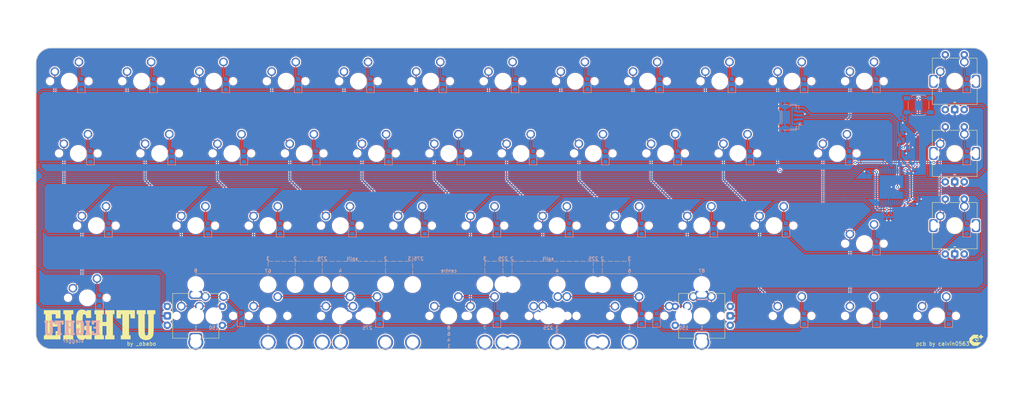
<source format=kicad_pcb>
(kicad_pcb (version 20221018) (generator pcbnew)
  (layers (0 "F.Cu" signal) (31 "B.Cu" signal) (34 "B.Paste" user) (35 "F.Paste" user) (36 "B.SilkS" user "B.Silkscreen") (37 "F.SilkS" user "F.Silkscreen") (38 "B.Mask" user) (39 "F.Mask" user) (44 "Edge.Cuts" user))
  (net 0 "")
  (net 1 "ROW0")
  (net 2 "Net-(D1-A)")
  (net 3 "Net-(D2-A)")
  (net 4 "Net-(D3-A)")
  (net 5 "Net-(D4-A)")
  (net 6 "Net-(D5-A)")
  (net 7 "Net-(D6-A)")
  (net 8 "Net-(D7-A)")
  (net 9 "ROW1")
  (net 10 "Net-(D8-A)")
  (net 11 "Net-(D9-A)")
  (net 12 "Net-(D10-A)")
  (net 13 "Net-(D11-A)")
  (net 14 "Net-(D12-A)")
  (net 15 "R1")
  (net 16 "ROW2")
  (net 17 "Net-(D15-A)")
  (net 18 "Net-(D16-A)")
  (net 19 "Net-(D17-A)")
  (net 20 "Net-(D18-A)")
  (net 21 "Net-(D19-A)")
  (net 22 "Net-(D20-A)")
  (net 23 "Net-(D21-A)")
  (net 24 "ROW3")
  (net 25 "Net-(D22-A)")
  (net 26 "Net-(D23-A)")
  (net 27 "Net-(D24-A)")
  (net 28 "Net-(D25-A)")
  (net 29 "R2")
  (net 30 "Net-(D28-A)")
  (net 31 "Net-(D29-A)")
  (net 32 "Net-(D30-A)")
  (net 33 "Net-(D31-A)")
  (net 34 "Net-(D32-A)")
  (net 35 "Net-(D33-A)")
  (net 36 "Net-(D34-A)")
  (net 37 "Net-(D35-A)")
  (net 38 "Net-(D36-A)")
  (net 39 "Net-(D37-A)")
  (net 40 "Net-(D38-A)")
  (net 41 "R3")
  (net 42 "Net-(D41-A)")
  (net 43 "R4")
  (net 44 "Net-(D43-A)")
  (net 45 "Net-(D44-A)")
  (net 46 "Net-(D45-A)")
  (net 47 "R5")
  (net 48 "Net-(D47-A)")
  (net 49 "Net-(D48-A)")
  (net 50 "Net-(D49-A)")
  (net 51 "COL0")
  (net 52 "C4")
  (net 53 "COL2")
  (net 54 "COL3")
  (net 55 "COL4")
  (net 56 "COL5")
  (net 57 "COL6")
  (net 58 "COL7")
  (net 59 "C5")
  (net 60 "COL9")
  (net 61 "COL10")
  (net 62 "COL11")
  (net 63 "C1")
  (net 64 "ENC_A")
  (net 65 "ENC_B")
  (net 66 "GND")
  (net 67 "ENC_C")
  (net 68 "ENC_D")
  (net 69 "ENC_E")
  (net 70 "ENC_F")
  (net 71 "ENC_G")
  (net 72 "ENC_H")
  (net 73 "ENC_I")
  (net 74 "ENC_J")
  (net 75 "+3V3")
  (net 76 "NRST")
  (net 77 "+5V")
  (net 78 "D_N")
  (net 79 "D_P")
  (net 80 "BOOT0")
  (footprint "PCM_marbastlib-mx:SW_MX_1.75u" (layer "F.Cu") (at 262.73125 71.4375)
    (fp_text reference "MX25" hide)
    (fp_text value "MX_SW_solder")
  )
  (footprint "PCM_marbastlib-mx:SW_MX_1u" (layer "F.Cu") (at 160.3375 114.3)
    (fp_text reference "MX44" hide)
    (fp_text value "MX_SW_solder")
  )
  (footprint "PCM_marbastlib-mx:SW_MX_1u" (layer "F.Cu") (at 188.9125 114.3)
    (fp_text reference "MX57" hide)
    (fp_text value "MX_SW_solder")
  )
  (footprint "PCM_marbastlib-mx:SW_MX_1.25u" (layer "F.Cu") (at 62.70625 71.4375)
    (fp_text reference "MX15" hide)
    (fp_text value "MX_SW_solder")
  )
  (footprint "PCM_marbastlib-mx:SW_MX_1.5u" (layer "F.Cu") (at 222.25 114.3)
    (fp_text reference "MX46" hide)
    (fp_text value "MX_SW_solder")
  )
  (footprint "PCM_marbastlib-mx:SW_MX_1u" (layer "F.Cu") (at 141.2875 71.4375)
    (fp_text reference "MX19" hide)
    (fp_text value "MX_SW_solder")
  )
  (footprint "PCM_marbastlib-mx:SW_MX_1u" (layer "F.Cu") (at 103.1875 71.4375)
    (fp_text reference "MX17" hide)
    (fp_text value "MX_SW_solder")
  )
  (footprint "PCM_marbastlib-mx:SW_MX_1u" (layer "F.Cu") (at 207.9625 114.3)
    (fp_text reference "MX56" hide)
    (fp_text value "MX_SW_solder")
  )
  (footprint "PCM_marbastlib-mx:SW_MX_1u" (layer "F.Cu") (at 227.0125 114.3)
    (fp_text reference "MX51" hide)
    (fp_text value "MX_SW_solder")
  )
  (footprint "PCM_marbastlib-mx:SW_MX_1u" (layer "F.Cu") (at 288.925 114.3)
    (fp_text reference "MX49" hide)
    (fp_text value "MX_SW_solder")
  )
  (footprint "PCM_marbastlib-mx:SW_MX_1u" (layer "F.Cu") (at 207.9625 90.4875)
    (fp_text reference "MX35" hide)
    (fp_text value "MX_SW_solder")
  )
  (footprint "PCM_marbastlib-mx:SW_MX_1u" (layer "F.Cu") (at 198.4375 71.4375)
    (fp_text reference "MX22" hide)
    (fp_text value "MX_SW_solder")
  )
  (footprint "PCM_marbastlib-mx:SW_MX_1u" (layer "F.Cu") (at 93.6625 114.3)
    (fp_text reference "MX50" hide)
    (fp_text value "MX_SW_solder")
  )
  (footprint "PCM_marbastlib-mx:SW_MX_1.5u" (layer "F.Cu") (at 65.0875 109.5375)
    (fp_text reference "MX41" hide)
    (fp_text value "MX_SW_solder")
  )
  (footprint "PCM_marbastlib-mx:SW_MX_1u" (layer "F.Cu") (at 138.90625 114.3)
    (fp_text reference "MX54" hide)
    (fp_text value "MX_SW_solder")
  )
  (footprint "PCM_marbastlib-mx:SW_MX_1u" (layer "F.Cu") (at 269.875 114.3)
    (fp_text reference "MX48" hide)
    (fp_text value "MX_SW_solder")
  )
  (footprint "PCM_marbastlib-mx:SW_MX_1u" (layer "F.Cu") (at 188.9125 90.4875)
    (fp_text reference "MX34" hide)
    (fp_text value "MX_SW_solder")
  )
  (footprint "PCM_marbastlib-mx:SW_MX_1u" (layer "F.Cu") (at 188.9125 114.3)
    (fp_text reference "MX45" hide)
    (fp_text value "MX_SW_solder")
  )
  (footprint "PCM_marbastlib-mx:SW_MX_1u" (layer "F.Cu") (at 136.525 52.3875)
    (fp_text reference "MX5" hide)
    (fp_text value "MX_SW_solder")
  )
  (footprint "PCM_marbastlib-mx:SW_MX_1u" (layer "F.Cu") (at 179.3875 71.4375)
    (fp_text reference "MX21" hide)
    (fp_text value "MX_SW_solder")
  )
  (footprint "PCM_marbastlib-mx:STAB_MX_P_2u" (layer "F.Cu") (at 188.9125 114.3 180)
    (fp_text reference "S2" hide)
    (fp_text value "2U")
  )
  (footprint "PCM_marbastlib-mx:SW_MX_1u" (layer "F.Cu") (at 293.6875 71.4375)
    (fp_text reference "MX26" hide)
    (fp_text value "MX_SW_solder")
  )
  (footprint "PCM_marbastlib-mx:SW_MX_1.5u" (layer "F.Cu") (at 98.425 114.3)
    (fp_text reference "MX42" hide)
    (fp_text value "MX_SW_solder")
  )
  (footprint "PCM_marbastlib-mx:STAB_MX_P_2.25u" (layer "F.Cu") (at 186.53125 114.3 180)
    (fp_text reference "S10" hide)
    (fp_text value "225U")
  )
  (footprint "PCM_marbastlib-mx:STAB_MX_P_7u" (layer "F.Cu") (at 169.8625 114.3 180)
    (fp_text reference "S3" hide)
    (fp_text value "7U")
  )
  (footprint "PCM_marbastlib-mx:SW_MX_1u" (layer "F.Cu") (at 269.875 52.3875)
    (fp_text reference "MX12" hide)
    (fp_text value "MX_SW_solder")
  )
  (footprint "PCM_marbastlib-mx:SW_MX_1u" (layer "F.Cu") (at 227.0125 90.4875)
    (fp_text reference "MX36" hide)
    (fp_text value "MX_SW_solder")
  )
  (footprint "PCM_marbastlib-mx:SW_MX_1u" (layer "F.Cu") (at 193.675 52.3875)
    (fp_text reference "MX8" hide)
    (fp_text value "MX_SW_solder")
  )
  (footprint "PCM_marbastlib-mx:SW_MX_1u" (layer "F.Cu") (at 112.7125 114.3)
    (fp_text reference "MX52" hide)
    (fp_text value "MX_SW_solder")
  )
  (footprint "PCM_marbastlib-mx:SW_MX_1u" (layer "F.Cu") (at 186.53125 114.3)
    (fp_text reference "MX58" hide)
    (fp_text value "MX_SW_solder")
  )
  (footprint "PCM_marbastlib-mx:STAB_MX_P_3u" (layer "F.Cu") (at 131.7625 114.3 180)
    (fp_text reference "S7" hide)
    (fp_text value "3U")
  )
  (footprint "PCM_marbastlib-mx:STAB_MX_P_2u" (layer "F.Cu") (at 131.7625 114.3 180)
    (fp_text reference "S1" hide)
    (fp_text value "2U")
  )
  (footprint "PCM_marbastlib-mx:SW_MX_1u" (layer "F.Cu") (at 131.7625 90.4875)
    (fp_text reference "MX31" hide)
    (fp_text value "MX_SW_solder")
  )
  (footprint "PCM_marbastlib-mx:SW_MX_1u" (layer "F.Cu") (at 269.875 95.25)
    (fp_text reference "MX38" hide)
    (fp_text value "MX_SW_solder")
  )
  (footprint "PCM_marbastlib-mx:SW_MX_1u" (layer "F.Cu") (at 131.7625 114.3)
    (fp_text reference "MX53" hide)
    (fp_text value "MX_SW_solder")
  )
  (footprint "PCM_marbastlib-mx:SW_MX_1u" (layer "F.Cu") (at 122.2375 71.4375)
    (fp_text reference "MX18" hide)
    (fp_text value "MX_SW_solder")
  )
  (footprint "PCM_marbastlib-mx:SW_MX_1u" (layer "F.Cu") (at 150.8125 90.4875)
    (fp_text reference "MX32" hide)
    (fp_text value "MX_SW_solder")
  )
  (footprint "PCM_marbastlib-various:ROT_Alps_EC11E-Switch" (layer "F.Cu") (at 93.6625 114.3 -90)
    (fp_text reference "SW4" hide)
    (fp_text value "RotaryEncoder_Switch")
  )
  (footprint "PCM_marbastlib-mx:SW_MX_1u" (layer "F.Cu") (at 93.6625 90.4875)
    (fp_text reference "MX29" hide)
    (fp_text value "MX_SW_solder")
  )
  (footprint "PCM_marbastlib-mx:SW_MX_1u" (layer "F.Cu") (at 155.575 52.3875)
    (fp_text reference "MX6" hide)
    (fp_text value "MX_SW_solder")
  )
  (footprint "PCM_marbastlib-mx:SW_MX_1u" (layer "F.Cu") (at 112.7125 90.4875)
    (fp_text reference "MX30" hide)
    (fp_text value "MX_SW_solder")
  )
  (footprint "PCM_marbastlib-mx:SW_MX_1u" (layer "F.Cu") (at 60.325 52.3875)
    (fp_text reference "MX1" hide)
    (fp_text value "MX_SW_solder")
  )
  (footprint "LOGO" (layer "F.Cu") (at 68.2625 116.68125)
    (fp_text reference "G***" hide)
    (fp_text value "LOGO" hide)
  )
  (footprint "LOGO" (layer "F.Cu") (at 299.24375 120.65)
    (fp_text reference "G***" hide)
    (fp_text value "LOGO" hide)
  )
  (footprint "PCM_marbastlib-mx:SW_MX_1u" (layer "F.Cu") (at 131.7625 114.3)
    (fp_text reference "MX43" hide)
    (fp_text value "MX_SW_solder")
  )
  (footprint "PCM_marbastlib-mx:SW_MX_1u" (layer "F.Cu") (at 174.625 52.3875)
    (fp_text reference "MX7" hide)
    (fp_text value "MX_SW_solder")
  )
  (footprint "PCM_marbastlib-mx:SW_MX_1u" (layer "F.Cu") (at 293.6875 90.4875)
    (fp_text reference "MX39" hide)
    (fp_text value "MX_SW_solder")
  )
  (footprint "PCM_marbastlib-mx:SW_MX_1.75u" (layer "F.Cu") (at 67.46875 90.4875)
    (fp_text reference "MX28" hide)
    (fp_text value "MX_SW_solder")
  )
  (footprint "PCM_marbastlib-mx:STAB_MX_P_4u" (layer "F.Cu") (at 160.3375 114.3 180)
    (fp_text reference "S5" hide)
    (fp_text value "4U")
  )
  (footprint "PCM_marbastlib-mx:STAB_MX_P_6u" (layer "F.Cu") (at 160.3375 114.3 180)
    (fp_text reference "S4" hide)
    (fp_text value "6U")
  )
  (footprint "PCM_marbastlib-mx:SW_MX_1u" (layer "F.Cu") (at 246.0625 90.4875)
    (fp_text reference "MX37" hide)
    (fp_text value "MX_SW_solder")
  )
  (footprint "PCM_marbastlib-various:ROT_Alps_EC11E-Switch" (layer "F.Cu") (at 227.0125 114.3 90)
    (fp_text reference "SW5" hide)
    (fp_text value "RotaryEncoder_Switch")
  )
  (footprint "PCM_marbastlib-mx:SW_MX_1u" (layer "F.Cu") (at 250.825 114.3)
    (fp_text reference "MX47" hide)
    (fp_text value "MX_SW_solder")
  )
  (footprint "PCM_marbastlib-mx:SW_MX_1u" (layer "F.Cu") (at 160.3375 71.4375)
    (fp_text reference "MX20" hide)
    (fp_text value "MX_SW_solder")
  )
  (footprint "PCM_marbastlib-mx:SW_MX_1u" (layer "F.Cu") (at 84.1375 71.4375)
    (fp_text reference "MX16" hide)
    (fp_text value "MX_SW_solder")
  )
  (footprint "PCM_marbastlib-mx:SW_MX_1u" (layer "F.Cu") (at 250.825 52.3875)
    (fp_text reference "MX11" hide)
    (fp_text value "MX_SW_solder")
  )
  (footprint "PCM_marbastlib-mx:SW_MX_1u" (layer "F.Cu") (at 98.425 52.3875)
    (fp_text reference "MX3" hide)
    (fp_text value "MX_SW_solder")
  )
  (footprint "PCM_marbastlib-mx:STAB_MX_P_3u" (layer "F.Cu") (at 188.9125 114.3 180)
    (fp_text reference "S8" hide)
    (fp_text value "3U")
  )
  (footprint "PCM_marbastlib-mx:STAB_MX_P_2.75u" (layer "F.Cu") (at 138.90625 114.3 180)
    (fp_text reference "S9" hide)
    (fp_text value "275U")
  )
  (footprint "PCM_marbastlib-mx:SW_MX_1u" (layer "F.Cu") (at 169.8625 90.4875)
    (fp_text reference "MX33" hide)
    (fp_text value "MX_SW_solder")
  )
  (footprint "PCM_marbastlib-various:ROT_Alps_EC11E-Switch" (layer "F.Cu") (at 293.6875 71.4375)
    (fp_text reference "SW2" hide)
    (fp_text value "RotaryEncoder_Switch")
  )
  (footprint "PCM_marbastlib-various:ROT_Alps_EC11E-Switch" (layer "F.Cu") (at 293.6875 90.4875)
    (fp_text reference "SW3" hide)
    (fp_text value "RotaryEncoder_Switch")
  )
  (footprint "PCM_marbastlib-mx:SW_MX_1u" (layer "F.Cu") (at 217.4875 71.4375)
    (fp_text reference "MX23" hide)
    (fp_text value "MX_SW_solder")
  )
  (footprint "PCM_marbastlib-mx:STAB_MX_P_8u" (layer "F.Cu") (at 160.3375 114.3 180)
    (fp_text reference "S6" hide)
    (fp_text value "8U")
  )
  (footprint "PCM_marbastlib-mx:SW_MX_1u" (layer "F.Cu") (at 231.775 52.3875)
    (fp_text reference "MX10" hide)
    (fp_text value "MX_SW_solder")
  )
  (footprint "PCM_marbastlib-various:ROT_Alps_EC11E-Switch" (layer "F.Cu") (at 293.6875 52.3875)
    (fp_text reference "SW1" hide)
    (fp_text value "RotaryEncoder_Switch")
  )
  (footprint "PCM_marbastlib-mx:SW_MX_1u" (layer "F.Cu") (at 117.475 52.3875)
    (fp_text reference "MX4" hide)
    (fp_text value "MX_SW_solder")
  )
  (footprint "PCM_marbastlib-mx:SW_MX_1u" (layer "F.Cu") (at 212.725 52.3875)
    (fp_text reference "MX9" hide)
    (fp_text value "MX_SW_solder")
  )
  (footprint "PCM_marbastlib-mx:SW_MX_1u" (layer "F.Cu") (at 293.6875 52.3875)
    (fp_text reference "MX13" hide)
    (fp_text value "MX_SW_solder")
  )
  (footprint "PCM_marbastlib-mx:SW_MX_1u" (layer "F.Cu") (at 236.5375 71.4375)
    (fp_text reference "MX24" hide)
    (fp_text value "MX_SW_solder")
  )
  (footprint "PCM_marbastlib-mx:SW_MX_1u" (layer "F.Cu") (at 169.8625 114.3)
    (fp_text reference "MX55" hide)
    (fp_text value "MX_SW_solder")
  )
  (footprint "PCM_marbastlib-mx:SW_MX_1u" (layer "F.Cu") (at 79.375 52.3875)
    (fp_text reference "MX2" hide)
    (fp_text value "MX_SW_solder")
  )
  (footprint "Diode_SMD:D_SOD-123F" (layer "B.Cu") (at 220.6625 72.23125 90)
    (fp_text reference "D23" hide)
    (fp_text value "D_Small")
  )
  (footprint "Package_QFP:LQFP-48_7x7mm_P0.5mm" (layer "B.Cu") (at 277.01875 80.3 90)
    (fp_text reference "U1" hide)
    (fp_text value "STM32F072CBT6")
  )
  (footprint "Capacitor_SMD:C_0402_1005Metric" (layer "B.Cu") (at 271.4825 76.2 180)
    (fp_text reference "C3" hide)
    (fp_text value "100nF")
  )
  (footprint "Diode_SMD:D_SOD-123F" (layer "B.Cu") (at 96.8375 91.28125 90)
    (fp_text reference "D29" hide)
    (fp_text value "D_Small")
  )
  (footprint "Diode_SMD:D_SOD-123F" (layer "B.Cu") (at 139.7 53.18125 90)
    (fp_text reference "D5" hide)
    (fp_text value "D_Small")
  )
  (footprint "Capacitor_SMD:C_0402_1005Metric" (layer "B.Cu") (at 276.765057 87.758459 -90)
    (fp_text reference "C7" hide)
    (fp_text value "100nF")
  )
  (footprint "Diode_SMD:D_SOD-123F" (layer "B.Cu") (at 153.9875 91.28125 90)
    (fp_text reference "D32" hide)
    (fp_text value "D_Small")
  )
  (footprint "Diode_SMD:D_SOD-123F" (layer "B.Cu") (at 63.5 53.18125 90)
    (fp_text reference "D1" hide)
    (fp_text value "D_Small")
  )
  (footprint "Diode_SMD:D_SOD-123F" (layer "B.Cu") (at 120.65 53.18125 90)
    (fp_text reference "D4" hide)
    (fp_text value "D_Small")
  )
  (footprint "Diode_SMD:D_SOD-123F" (layer "B.Cu") (at 65.88125 72.23125 90)
    (fp_text reference "D15" hide)
    (fp_text value "D_Small")
  )
  (footprint "Diode_SMD:D_SOD-123F" (layer "B.Cu") (at 273.05 53.18125 90)
    (fp_text reference "D12" hide)
    (fp_text value "D_Small")
  )
  (footprint "Diode_SMD:D_SOD-123F" (layer "B.Cu") (at 134.9375 91.28125 90)
    (fp_text reference "D31" hide)
    (fp_text value "D_Small")
  )
  (footprint "Connector_JST:JST_SH_SM04B-SRSS-TB_1x04-1MP_P1.00mm_Horizontal" (layer "B.Cu") (at 250.825 61.9125 90)
    (fp_text reference "J1" hide)
    (fp_text value "JST SH")
  )
  (footprint "Diode_SMD:D_SOD-123F" (layer "B.Cu") (at 215.9 53.18125 90)
    (fp_text reference "D9" hide)
    (fp_text value "D_Small")
  )
  (footprint "Diode_SMD:D_SOD-123F" (layer "B.Cu") (at 173.0375 115.09375 90)
    (fp_text reference "D44" hide)
    (fp_text value "D_Small")
  )
  (footprint "Diode_SMD:D_SOD-123F" (layer "B.Cu") (at 177.8 53.18125 90)
    (fp_text reference "D7" hide)
    (fp_text value "D_Small")
  )
  (footprint "Diode_SMD:D_SOD-123F" (layer "B.Cu") (at 230.1875 91.28125 90)
    (fp_text reference "D36" hide)
    (fp_text value "D_Small")
  )
  (footprint "Diode_SMD:D_SOD-123F" (layer "B.Cu") (at 296.8625 72.23125 90)
    (fp_text reference "D26" hide)
    (fp_text value "D_Small")
  )
  (footprint "Capacitor_SMD:C_0402_1005Metric" (layer "B.Cu") (at 279.51 71.4375 180)
    (fp_text reference "C9" hide)
    (fp_text value "1uF")
  )
  (footprint "Diode_SMD:D_SOD-123F" (layer "B.Cu") (at 254 115.09375 90)
    (fp_text reference "D47" hide)
    (fp_text value "D_Small")
  )
  (footprint "Package_TO_SOT_SMD:SOT-23" (layer "B.Cu") (at 280.19375 68.9125 90)
    (fp_text reference "U2" hide)
    (fp_text value "XC6206PxxxMR-Regulator_Linear")
  )
  (footprint "Diode_SMD:D_SOD-123F" (layer "B.Cu") (at 106.3625 72.23125 90)
    (fp_text reference "D17" hide)
    (fp_text value "D_Small")
  )
  (footprint "Diode_SMD:D_SOD-123F" (layer "B.Cu") (at 211.1375 115.09375 90)
    (fp_text reference "D45" hide)
    (fp_text value "D_Small")
  )
  (footprint "Diode_SMD:D_SOD-123F" (layer "B.Cu") (at 249.2375 91.28125 90)
    (fp_text reference "D37" hide)
    (fp_text value "D_Small")
  )
  (footprint "Diode_SMD:D_SOD-123F" (layer "B.Cu") (at 142.08125 115.09375 90)
    (fp_text reference "D43" hide)
    (fp_text value "D_Small")
  )
  (footprint "Diode_SMD:D_SOD-123F" (layer "B.Cu") (at 173.0375 91.28125 90)
    (fp_text reference "D33" hide)
    (fp_text value "D_Small")
  )
  (footprint "Capacitor_SMD:C_0603_1608Metric" (layer "B.Cu") (at 281.1875 73.95)
    (fp_text reference "C6" hide)
    (fp_text value "10uF")
  )
  (footprint "PCM_marbastlib-various:SW_SPST_SKQG_WithStem" (layer "B.Cu") (at 284.1625 58.7375 180)
    (fp_text reference "SW6" hide)
    (fp_text value "SKQGABE010")
  )
  (footprint "Diode_SMD:D_SOD-123F" (layer "B.Cu") (at 115.8875 91.28125 90)
    (fp_text reference "D30" hide)
    (fp_text value "D_Small")
  )
  (footprint "Diode_SMD:D_SOD-123F" (layer "B.Cu") (at 163.5125 72.23125 90)
    (fp_text reference "D20" hide)
    (fp_text value "D_Small")
  )
  (footprint "LOGO" (layer "B.Cu") (at 61.11875 117.475 180)
    (fp_text reference "G***" hide)
    (fp_text value "LOGO" hide)
  )
  (footprint "Diode_SMD:D_SOD-123F" (layer "B.Cu") (at 82.55 53.18125 90)
    (fp_text reference "D2" hide)
    (fp_text value "D_Small")
  )
  (footprint "Diode_SMD:D_SOD-123F" (layer "B.Cu") (at 101.6 53.18125 90)
    (fp_text reference "D3" hide)
    (fp_text value "D_Small")
  )
  (footprint "Diode_SMD:D_SOD-123F" (layer "B.Cu") (at 182.5625 72.23125 90)
    (fp_text reference "D21" hide)
    (fp_text value "D_Small")
  )
  (footprint "Capacitor_SMD:C_0402_1005Metric" (layer "B.Cu") (at 279.51 66.315654 180)
    (fp_text reference "C8" hide)
    (fp_text value "1uF")
  )
  (footprint "Capacitor_SMD:C_0402_1005Metric" (layer "B.Cu") (at 283.516827 83.475)
    (fp_text reference "C5" hide)
    (fp_text value "100nF")
  )
  (footprint "Capacitor_SMD:C_0402_1005Metric" (layer "B.Cu") (at 275.768435 87.7575 -90)
    (fp_text reference "C2" hide)
    (fp_text value "100nF")
  )
  (footprint "Diode_SMD:D_SOD-123F" (layer "B.Cu") (at 292.1 115.09375 90)
    (fp_text reference "D49" hide)
    (fp_text value "D_Small")
  )
  (footprint "Connector_Molex:Molex_Pico-EZmate_78171-0004_1x04-1MP_P1.20mm_Vertical" (layer "B.Cu") (at 249.810197 61.9125 90)
    (fp_text reference "J2" hide)
    (fp_text value "Pico EZmate")
  )
  (footprint "Diode_SMD:D_SOD-123F" (layer "B.Cu") (at 158.75 53.18125 90)
    (fp_text reference "D6" hide)
    (fp_text value "D_Small")
  )
  (footprint "Resistor_SMD:R_0402_1005Metric" (layer "B.Cu") (at 280.509995 62.376265 180)
    (fp_text reference "R1" hide)
    (fp_text value "10k")
  )
  (footprint "Capacitor_SMD:C_0402_1005Metric" (layer "B.Cu") (at 282.271298 75.7375)
    (fp_text reference "C4" hide)
    (fp_text value "100nF")
  )
  (footprint "Capacitor_SMD:C_0402_1005Metric" (layer "B.Cu") (at 282.271298 84.761185)
    (fp_text reference "C1" hide)
    (fp_text value "100nF")
  )
  (footprint "Diode_SMD:D_SOD-123F" (layer "B.Cu") (at 105.56875 114.90625 90)
    (fp_text reference "D42" hide)
    (fp_text value "D_Small")
  )
  (footprint "Diode_SMD:D_SOD-123F" (layer "B.Cu") (at 196.85 53.18125 90)
    (fp_text reference "D8" hide)
    (fp_text value "D_Small")
  )
  (footprint "Diode_SMD:D_SOD-123F" (layer "B.Cu") (at 265.90625 72.23125 90)
    (fp_text reference "D25" hide)
    (fp_text value "D_Small")
  )
  (footprint "Diode_SMD:D_SOD-123F" (layer "B.Cu") (at 273.05 115.09375 90)
    (fp_text reference "D48" hide)
    (fp_text value "D_Small")
  )
  (footprint "Diode_SMD:D_SOD-123F" (layer "B.Cu") (at 144.4625 72.23125 90)
    (fp_text reference "D19" hide)
    (fp_text value "D_Small")
  )
  (footprint "Diode_SMD:D_SOD-123F" (layer "B.Cu") (at 87.3125 72.23125 90)
    (fp_text reference "D16" hide)
    (fp_text value "D_Small")
  )
  (footprint "Diode_SMD:D_SOD-123F" (layer "B.Cu") (at 239.7125 72.23125 90)
    (fp_text reference "D24" hide)
    (fp_text value "D_Small")
  )
  (footprint "Diode_SMD:D_SOD-123F" (layer "B.Cu") (at 273.05 96.04375 90)
    (fp_text reference "D38" hide)
    (fp_text value "D_Small")
  )
  (footprint "Diode_SMD:D_SOD-123F" (layer "B.Cu") (at 215.10625 115.09375 90)
    (fp_text reference "D46" hide)
    (fp_text value "D_Small")
  )
  (footprint "Diode_SMD:D_SOD-123F" (layer "B.Cu") (at 296.8625 53.18125 90)
    (fp_text reference "D13" hide)
    (fp_text value "D_Small")
  )
  (footprint "Diode_SMD:D_SOD-123F" (layer "B.Cu") (at 211.1375 91.28125 90)
    (fp_text reference "D35" hide)
    (fp_text value "D_Small")
  )
  (footprint "Diode_SMD:D_SOD-123F" (layer "B.Cu") (at 68.2625 110.33125 90)
    (fp_text reference "D41" hide)
    (fp_text value "D_Small")
  )
  (footprint "Diode_SMD:D_SOD-123F" (layer "B.Cu") (at 192.0875 91.28125 90)
    (fp_text reference "D34" hide)
    (fp_text value "D_Small")
  )
  (footprint "Diode_SMD:D_SOD-123F" (layer "B.Cu") (at 70.64375 91.28125 90)
    (fp_text reference "D28" hide)
    (fp_text value "D_Small")
  )
  (footprint "Diode_SMD:D_SOD-123F" (layer "B.Cu") (at 234.95 53.18125 90)
    (fp_text reference "D10" hide)
    (fp_text value "D_Small")
  )
  (footprint "Diode_SMD:D_SOD-123F" (layer "B.Cu") (at 125.4125 72.23125 90)
    (fp_text reference "D18" hide)
    (fp_text value "D_Small")
  )
  (footprint "Diode_SMD:D_SOD-123F" (layer "B.Cu") (at 254 53.18125 90)
    (fp_text reference "D11" hide)
    (fp_text value "D_Small")
  )
  (footprint "Diode_SMD:D_SOD-123F" (layer "B.Cu") (at 201.6125 72.23125 90)
    (fp_text reference "D22" hide)
    (fp_text value "D_Small")
  )
  (footprint "Diode_SMD:D_SOD-123F" (layer "B.Cu") (at 296.8625 91.28125 90)
    (fp_text reference "D39" hide)
    (fp_text value "D_Small")
  )
  (gr_line (start 131.7625 103.98125) (end 131.7625 103.1875) (stroke (width 0.12)) (layer "B.SilkS"))
  (gr_line (start 169.8625 99.9125) (end 207.9625 99.9125) (stroke (width 0.12) (type dash)) (layer "B.SilkS"))
  (gr_line (start 127 99.9125) (end 127 103.88125) (stroke (width 0.12) (type dash)) (layer "B.SilkS"))
  (gr_line (start 177.00625 99.9125) (end 177.00625 103.88125) (stroke (width 0.12) (type dash)) (layer "B.SilkS"))
  (gr_line (start 93.6625 103.1875) (end 227.0125 103.1875) (stroke (width 0.12)) (layer "B.SilkS"))
  (gr_line (start 119.85625 99.9125) (end 119.85625 103.88125) (stroke (width 0.12) (type dash)) (layer "B.SilkS"))
  (gr_line (start 112.7125 103.98125) (end 112.7125 103.1875) (stroke (width 0.12)) (layer "B.SilkS"))
  (gr_line (start 227.0125 103.98125) (end 227.0125 103.1875) (stroke (width 0.12)) (layer "B.SilkS"))
  (gr_line (start 112.7125 99.9125) (end 112.7125 101.6) (stroke (width 0.12) (type dash)) (layer "B.SilkS"))
  (gr_line (start 143.66875 99.9125) (end 143.66875 103.88125) (stroke (width 0.12) (type dash)) (layer "B.SilkS"))
  (gr_line (start 188.9125 103.98125) (end 188.9125 103.1875) (stroke (width 0.12)) (layer "B.SilkS"))
  (gr_line (start 174.625 99.9125) (end 174.625 103.88125) (stroke (width 0.12) (type dash)) (layer "B.SilkS"))
  (gr_line (start 169.8625 99.9125) (end 169.8625 103.88125) (stroke (width 0.12) (type dash)) (layer "B.SilkS"))
  (gr_line (start 200.81875 99.9125) (end 200.81875 103.88125) (stroke (width 0.12) (type dash)) (layer "B.SilkS"))
  (gr_line (start 112.7125 99.9125) (end 150.8125 99.9125) (stroke (width 0.12) (type dash)) (layer "B.SilkS"))
  (gr_line (start 198.4375 99.9125) (end 198.4375 103.88125) (stroke (width 0.12) (type dash)) (layer "B.SilkS"))
  (gr_line (start 207.9625 99.9125) (end 207.9625 101.5) (stroke (width 0.12) (type dash)) (layer "B.SilkS"))
  (gr_line (start 207.9625 103.98125) (end 207.9625 103.1875) (stroke (width 0.12)) (layer "B.SilkS"))
  (gr_line (start 93.6625 103.98125) (end 93.6625 103.1875) (stroke (width 0.12)) (layer "B.SilkS"))
  (gr_line (start 150.802205 98.678471) (end 150.8125 103.88125) (stroke (width 0.12) (type dash)) (layer "B.SilkS"))
  (gr_arc (start 55.5625 123.03125) (mid 52.734055 121.85968) (end 51.5625 119.03125) (stroke (width 0.2)) (layer "Edge.Cuts"))
  (gr_line (start 51.5625 47.625) (end 51.5625 119.03125) (stroke (width 0.2)) (layer "Edge.Cuts"))
  (gr_line (start 55.5625 123.03125) (end 298.45 123.03125) (stroke (width 0.2)) (layer "Edge.Cuts"))
  (gr_arc (start 51.5625 47.625) (mid 52.734073 44.796573) (end 55.5625 43.625) (stroke (width 0.2)) (layer "Edge.Cuts"))
  (gr_arc (start 302.45 119.03125) (mid 301.278409 121.859645) (end 298.45 123.03125) (stroke (width 0.2)) (layer "Edge.Cuts"))
  (gr_arc (start 298.4501 43.62495) (mid 301.27848 44.796555) (end 302.4501 47.62495) (stroke (width 0.2)) (layer "Edge.Cuts"))
  (gr_line (start 302.45 119.03125) (end 302.4501 47.62495) (stroke (width 0.2)) (layer "Edge.Cuts"))
  (gr_line (start 298.4501 43.62495) (end 55.5625 43.625) (stroke (width 0.2)) (layer "Edge.Cuts"))
  (gr_text "2" (at 143.66875 99.21875) (layer "B.SilkS") (effects (font (size 0.9 0.9)) (justify mirror)))
  (gr_text "6" (at 160.358249 119.0625) (layer "B.SilkS") (effects (font (size 0.9 0.9)) (justify mirror)))
  (gr_text "3" (at 188.9125 117.475) (layer "B.SilkS") (effects (font (size 0.9 0.9)) (justify mirror)))
  (gr_text "3" (at 150.01875 99.21875) (layer "B.SilkS") (effects (font (size 0.9 0.9)) (justify mirror)))
  (gr_text "150" (at 98.425 117.475) (layer "B.SilkS") (effects (font (size 0.9 0.9)) (justify mirror)))
  (gr_text "225" (at 186.53125 117.475) (layer "B.SilkS") (effects (font (size 0.9 0.9)) (justify mirror)))
  (gr_text "2" (at 131.777861 118.785986) (layer "B.SilkS") (effects (font (size 0.9 0.9)) (justify mirror)))
  (gr_text "4" (at 131.7625 102.39375) (layer "B.SilkS") (effects (font (size 0.9 0.9)) (justify mirror)))
  (gr_text "3" (at 112.7125 99.21875) (layer "B.SilkS") (effects (font (size 0.9 0.9)) (justify mirror)))
  (gr_text "1" (at 207.9625 117.475) (layer "B.SilkS") (effects (font (size 0.9 0.9)) (justify mirror)))
  (gr_text "1" (at 160.3375 122.2375) (layer "B.SilkS") (effects (font (size 0.9 0.9)) (justify mirror)))
  (gr_text "7" (at 169.8625 117.475) (layer "B.SilkS") (effects (font (size 0.9 0.9)) (justify mirror)))
  (gr_text "225" (at 198.4375 99.21875) (layer "B.SilkS") (effects (font (size 0.9 0.9)) (justify mirror)))
  (gr_text "3" (at 207.9625 99.21875) (layer "B.SilkS") (effects (font (size 0.9 0.9)) (justify mirror)))
  (gr_text "split" (at 186.53125 99.21875) (layer "B.SilkS") (effects (font (size 0.9 0.9)) (justify mirror)))
  (gr_text "1" (at 112.7125 117.475) (layer "B.SilkS") (effects (font (size 0.9 0.9)) (justify mirror)))
  (gr_text "1" (at 227.0125 117.475) (layer "B.SilkS") (effects (font (size 0.9 0.9)) (justify mirror)))
  (gr_text "8" (at 93.6625 102.39375) (layer "B.SilkS") (effects (font (size 0.9 0.9)) (justify mirror)))
  (gr_text "1" (at 93.6625 117.475) (layer "B.SilkS") (effects (font (size 0.9 0.9)) (justify mirror)))
  (gr_text "275" (at 127 99.21875) (layer "B.SilkS") (effects (font (size 0.9 0.9)) (justify mirror)))
  (gr_text "2" (at 200.81875 99.21875) (layer "B.SilkS") (effects (font (size 0.9 0.9)) (justify mirror)))
  (gr_text "150" (at 222.25 117.475) (layer "B.SilkS") (effects (font (size 0.9 0.9)) (justify mirror)))
  (gr_text "6" (at 113.104227 102.465331) (layer "B.SilkS") (effects (font (size 0.9 0.9)) (justify mirror)))
  (gr_text "225" (at 174.625 99.21875) (layer "B.SilkS") (effects (font (size 0.9 0.9)) (justify mirror)))
  (gr_text "4" (at 160.341708 120.676295) (layer "B.SilkS") (effects (font (size 0.9 0.9)) (justify mirror)))
  (gr_text "split" (at 134.9375 99.21875) (layer "B.SilkS") (effects (font (size 0.9 0.9)) (justify mirror)))
  (gr_text "8" (at 160.358249 117.475) (layer "B.SilkS") (effects (font (size 0.9 0.9)) (justify mirror)))
  (gr_text "2" (at 188.9125 118.733019) (layer "B.SilkS") (effects (font (size 0.9 0.9)) (justify mirror)))
  (gr_text "centre\n" (at 160.3375 102.39375) (layer "B.SilkS") (effects (font (size 0.9 0.9)) (justify mirror)))
  (gr_text "275" (at 152.4 99.21875) (layer "B.SilkS") (effects (font (size 0.9 0.9)) (justify mirror)))
  (gr_text "3" (at 131.7625 117.475) (layer "B.SilkS") (effects (font (size 0.9 0.9)) (justify mirror)))
  (gr_text "stagger" (at 64.29375 121.44375) (layer "B.SilkS") (effects (font (size 1 1)) (justify left bottom mirror)))
  (gr_text "275" (at 138.90625 117.475) (layer "B.SilkS") (effects (font (size 0.9 0.9)) (justify mirror)))
  (gr_text "2" (at 177.00625 99.21875) (layer "B.SilkS") (effects (font (size 0.9 0.9)) (justify mirror)))
  (gr_text "7" (at 112.310477 102.465331) (layer "B.SilkS") (effects (font (size 0.9 0.9)) (justify mirror)))
  (gr_text "7" (at 226.618265 102.424366) (layer "B.SilkS") (effects (font (size 0.9 0.9)) (justify mirror)))
  (gr_text "8" (at 227.412015 102.424366) (layer "B.SilkS") (effects (font (size 0.9 0.9)) (justify mirror)))
  (gr_text "4" (at 188.9125 102.39375) (layer "B.SilkS") (effects (font (size 0.9 0.9)) (justify mirror)))
  (gr_text "6" (at 207.9625 102.39375) (layer "B.SilkS") (effects (font (size 0.9 0.9)) (justify mirror)))
  (gr_text "3" (at 169.8625 99.21875) (layer "B.SilkS") (effects (font (size 0.9 0.9)) (justify mirror)))
  (gr_text "2" (at 119.85625 99.21875) (layer "B.SilkS") (effects (font (size 0.9 0.9)) (justify mirror)))
  (gr_text "pcb by calvin0563" (at 283.36875 122.2375) (layer "F.SilkS") (effects (font (size 1 1)) (justify left bottom)))
  (gr_text "by _obabo" (at 75.40625 122.2375) (layer "F.SilkS") (effects (font (size 1 1)) (justify left bottom)))
  (segment (start 177.97515 54.7564) (end 196.67485 54.7564) (width 0.25) (layer "B.Cu") (net 1))
  (segment (start 296.68735 54.7564) (end 296.8625 54.58125) (width 0.25) (layer "B.Cu") (net 1))
  (segment (start 82.72515 54.7564) (end 101.42485 54.7564) (width 0.25) (layer "B.Cu") (net 1))
  (segment (start 196.85 54.58125) (end 197.02515 54.7564) (width 0.25) (layer "B.Cu") (net 1))
  (segment (start 254 54.58125) (end 254.17515 54.7564) (width 0.25) (layer "B.Cu") (net 1))
  (segment (start 196.67485 54.7564) (end 196.85 54.58125) (width 0.25) (layer "B.Cu") (net 1))
  (segment (start 53.831621 77.121712) (end 266.582996 77.121712) (width 0.25) (layer "B.Cu") (net 1))
  (segment (start 139.52485 54.7564) (end 139.7 54.58125) (width 0.25) (layer "B.Cu") (net 1))
  (segment (start 158.75 54.58125) (end 158.92515 54.7564) (width 0.25) (layer "B.Cu") (net 1))
  (segment (start 234.95 54.58125) (end 235.12515 54.7564) (width 0.25) (layer "B.Cu") (net 1))
  (segment (start 269.502208 74.2025) (end 274.273331 74.2025) (width 0.25) (layer "B.Cu") (net 1))
  (segment (start 216.07515 54.7564) (end 234.77485 54.7564) (width 0.25) (layer "B.Cu") (net 1))
  (segment (start 177.62485 54.7564) (end 177.8 54.58125) (width 0.25) (layer "B.Cu") (net 1))
  (segment (start 101.77515 54.7564) (end 120.47485 54.7564) (width 0.25) (layer "B.Cu") (net 1))
  (segment (start 272.87485 54.7564) (end 273.05 54.58125) (width 0.25) (layer "B.Cu") (net 1))
  (segment (start 158.57485 54.7564) (end 158.75 54.58125) (width 0.25) (layer "B.Cu") (net 1))
  (segment (start 63.5 54.58125) (end 63.67515 54.7564) (width 0.25) (layer "B.Cu") (net 1))
  (segment (start 139.87515 54.7564) (end 158.57485 54.7564) (width 0.25) (layer "B.Cu") (net 1))
  (segment (start 215.72485 54.7564) (end 215.9 54.58125) (width 0.25) (layer "B.Cu") (net 1))
  (segment (start 234.77485 54.7564) (end 234.95 54.58125) (width 0.25) (layer "B.Cu") (net 1))
  (segment (start 63.5 54.58125) (end 63.3125 54.76875) (width 0.25) (layer "B.Cu") (net 1))
  (segment (start 63.3125 54.76875) (end 53.18125 54.76875) (width 0.25) (layer "B.Cu") (net 1))
  (segment (start 273.05 54.58125) (end 273.22515 54.7564) (width 0.25) (layer "B.Cu") (net 1))
  (segment (start 51.987931 75.278022) (end 53.831621 77.121712) (width 0.25) (layer "B.Cu") (net 1))
  (segment (start 82.37485 54.7564) (end 82.55 54.58125) (width 0.25) (layer "B.Cu") (net 1))
  (segment (start 139.7 54.58125) (end 139.87515 54.7564) (width 0.25) (layer "B.Cu") (net 1))
  (segment (start 274.273331 74.2025) (end 275.26875 75.197919) (width 0.25) (layer "B.Cu") (net 1))
  (segment (start 63.67515 54.7564) (end 82.37485 54.7564) (width 0.25) (layer "B.Cu") (net 1))
  (segment (start 273.22515 54.7564) (end 296.68735 54.7564) (width 0.25) (layer "B.Cu") (net 1))
  (segment (start 101.42485 54.7564) (end 101.6 54.58125) (width 0.25) (layer "B.Cu") (net 1))
  (segment (start 120.82515 54.7564) (end 139.52485 54.7564) (width 0.25) (layer "B.Cu") (net 1))
  (segment (start 53.18125 54.76875) (end 51.987931 55.962069) (width 0.25) (layer "B.Cu") (net 1))
  (segment (start 235.12515 54.7564) (end 253.82485 54.7564) (width 0.25) (layer "B.Cu") (net 1))
  (segment (start 215.9 54.58125) (end 216.07515 54.7564) (width 0.25) (layer "B.Cu") (net 1))
  (segment (start 51.987931 55.962069) (end 51.987931 75.278022) (width 0.25) (layer "B.Cu") (net 1))
  (segment (start 253.82485 54.7564) (end 254 54.58125) (width 0.25) (layer "B.Cu") (net 1))
  (segment (start 101.6 54.58125) (end 101.77515 54.7564) (width 0.25) (layer "B.Cu") (net 1))
  (segment (start 177.8 54.58125) (end 177.97515 54.7564) (width 0.25) (layer "B.Cu") (net 1))
  (segment (start 275.26875 75.197919) (end 275.26875 76.1375) (width 0.25) (layer "B.Cu") (net 1))
  (segment (start 120.47485 54.7564) (end 120.65 54.58125) (width 0.25) (layer "B.Cu") (net 1))
  (segment (start 197.02515 54.7564) (end 215.72485 54.7564) (width 0.25) (layer "B.Cu") (net 1))
  (segment (start 254.17515 54.7564) (end 272.87485 54.7564) (width 0.25) (layer "B.Cu") (net 1))
  (segment (start 120.65 54.58125) (end 120.82515 54.7564) (width 0.25) (layer "B.Cu") (net 1))
  (segment (start 158.92515 54.7564) (end 177.62485 54.7564) (width 0.25) (layer "B.Cu") (net 1))
  (segment (start 266.582996 77.121712) (end 269.502208 74.2025) (width 0.25) (layer "B.Cu") (net 1))
  (segment (start 82.55 54.58125) (end 82.72515 54.7564) (width 0.25) (layer "B.Cu") (net 1))
  (segment (start 62.865 51.14625) (end 63.5 51.78125) (width 0.25) (layer "B.Cu") (net 2))
  (segment (start 62.865 47.3075) (end 62.865 51.14625) (width 0.25) (layer "B.Cu") (net 2))
  (segment (start 81.915 51.14625) (end 82.55 51.78125) (width 0.25) (layer "B.Cu") (net 3))
  (segment (start 81.915 47.3075) (end 81.915 51.14625) (width 0.25) (layer "B.Cu") (net 3))
  (segment (start 100.965 47.3075) (end 100.965 51.14625) (width 0.25) (layer "B.Cu") (net 4))
  (segment (start 100.965 51.14625) (end 101.6 51.78125) (width 0.25) (layer "B.Cu") (net 4))
  (segment (start 120.015 47.3075) (end 120.015 51.14625) (width 0.25) (layer "B.Cu") (net 5))
  (segment (start 120.015 51.14625) (end 120.65 51.78125) (width 0.25) (layer "B.Cu") (net 5))
  (segment (start 139.065 47.3075) (end 139.065 51.14625) (width 0.25) (layer "B.Cu") (net 6))
  (segment (start 139.065 51.14625) (end 139.7 51.78125) (width 0.25) (layer "B.Cu") (net 6))
  (segment (start 158.115 47.3075) (end 158.115 51.14625) (width 0.25) (layer "B.Cu") (net 7))
  (segment (start 158.115 51.14625) (end 158.75 51.78125) (width 0.25) (layer "B.Cu") (net 7))
  (segment (start 177.165 51.14625) (end 177.8 51.78125) (width 0.25) (layer "B.Cu") (net 8))
  (segment (start 177.165 47.3075) (end 177.165 51.14625) (width 0.25) (layer "B.Cu") (net 8))
  (segment (start 267.49375 73.81875) (end 288.13125 73.81875) (width 0.25) (layer "F.Cu") (net 9))
  (via (at 267.49375 73.81875) (size 0.8) (drill 0.4) (layers "F.Cu" "B.Cu") (net 9))
  (via (at 288.13125 73.81875) (size 0.8) (drill 0.4) (layers "F.Cu" "B.Cu") (net 9))
  (segment (start 265.90625 73.63125) (end 266.09375 73.81875) (width 0.25) (layer "B.Cu") (net 9))
  (segment (start 163.33735 73.8064) (end 163.5125 73.63125) (width 0.25) (layer "B.Cu") (net 9))
  (segment (start 266.09375 73.81875) (end 267.49375 73.81875) (width 0.25) (layer "B.Cu") (net 9))
  (segment (start 144.4625 73.63125) (end 144.63765 73.8064) (width 0.25) (layer "B.Cu") (net 9))
  (segment (start 220.48735 73.8064) (end 220.6625 73.63125) (width 0.25) (layer "B.Cu") (net 9))
  (segment (start 269.315812 73.7525) (end 274.459727 73.7525) (width 0.25) (layer "B.Cu") (net 9))
  (segment (start 239.53735 73.8064) (end 239.7125 73.63125) (width 0.25) (layer "B.Cu") (net 9))
  (segment (start 106.18735 73.8064) (end 106.3625 73.63125) (width 0.25) (layer "B.Cu") (net 9))
  (segment (start 182.73765 73.8064) (end 201.43735 73.8064) (width 0.25) (layer "B.Cu") (net 9))
  (segment (start 239.88765 73.8064) (end 265.7311 73.8064) (width 0.25) (layer "B.Cu") (net 9))
  (segment (start 266.425041 76.643271) (end 269.315812 73.7525) (width 0.25) (layer "B.Cu") (net 9))
  (segment (start 201.6125 73.63125) (end 201.78765 73.8064) (width 0.25) (layer "B.Cu") (net 9))
  (segment (start 106.3625 73.63125) (end 106.53765 73.8064) (width 0.25) (layer "B.Cu") (net 9))
  (segment (start 265.90625 73.63125) (end 266.0814 73.8064) (width 0.25) (layer "B.Cu") (net 9))
  (segment (start 52.437931 75.091626) (end 53.989576 76.643271) (width 0.25) (layer "B.Cu") (net 9))
  (segment (start 125.58765 73.8064) (end 144.28735 73.8064) (width 0.25) (layer "B.Cu") (net 9))
  (segment (start 275.76875 75.061523) (end 275.76875 76.1375) (width 0.25) (layer "B.Cu") (net 9))
  (segment (start 87.48765 73.8064) (end 106.18735 73.8064) (width 0.25) (layer "B.Cu") (net 9))
  (segment (start 87.3125 73.63125) (end 87.48765 73.8064) (width 0.25) (layer "B.Cu") (net 9))
  (segment (start 106.53765 73.8064) (end 125.23735 73.8064) (width 0.25) (layer "B.Cu") (net 9))
  (segment (start 52.847957 73.8064) (end 52.437931 74.216426) (width 0.25) (layer "B.Cu") (net 9))
  (segment (start 144.28735 73.8064) (end 144.4625 73.63125) (width 0.25) (layer "B.Cu") (net 9))
  (segment (start 163.5125 73.63125) (end 163.68765 73.8064) (width 0.25) (layer "B.Cu") (net 9))
  (segment (start 65.7061 73.8064) (end 52.847957 73.8064) (width 0.25) (layer "B.Cu") (net 9))
  (segment (start 53.989576 76.643271) (end 266.425041 76.643271) (width 0.25) (layer "B.Cu") (net 9))
  (segment (start 288.13125 73.81875) (end 296.675 73.81875) (width 0.25) (layer "B.Cu") (net 9))
  (segment (start 182.5625 73.63125) (end 182.73765 73.8064) (width 0.25) (layer "B.Cu") (net 9))
  (segment (start 220.83765 73.8064) (end 239.53735 73.8064) (width 0.25) (layer "B.Cu") (net 9))
  (segment (start 87.13735 73.8064) (end 87.3125 73.63125) (width 0.25) (layer "B.Cu") (net 9))
  (segment (start 296.675 73.81875) (end 296.8625 73.63125) (width 0.25) (layer "B.Cu") (net 9))
  (segment (start 65.88125 73.63125) (end 66.0564 73.8064) (width 0.25) (layer "B.Cu") (net 9))
  (segment (start 125.4125 73.63125) (end 125.58765 73.8064) (width 0.25) (layer "B.Cu") (net 9))
  (segment (start 65.88125 73.63125) (end 65.7061 73.8064) (width 0.25) (layer "B.Cu") (net 9))
  (segment (start 201.43735 73.8064) (end 201.6125 73.63125) (width 0.25) (layer "B.Cu") (net 9))
  (segment (start 182.38735 73.8064) (end 182.5625 73.63125) (width 0.25) (layer "B.Cu") (net 9))
  (segment (start 66.0564 73.8064) (end 87.13735 73.8064) (width 0.25) (layer "B.Cu") (net 9))
  (segment (start 125.23735 73.8064) (end 125.4125 73.63125) (width 0.25) (layer "B.Cu") (net 9))
  (segment (start 52.437931 74.216426) (end 52.437931 75.091626) (width 0.25) (layer "B.Cu") (net 9))
  (segment (start 239.7125 73.63125) (end 239.88765 73.8064) (width 0.25) (layer "B.Cu") (net 9))
  (segment (start 274.459727 73.7525) (end 275.76875 75.061523) (width 0.25) (layer "B.Cu") (net 9))
  (segment (start 201.78765 73.8064) (end 220.48735 73.8064) (width 0.25) (layer "B.Cu") (net 9))
  (segment (start 265.7311 73.8064) (end 265.90625 73.63125) (width 0.25) (layer "B.Cu") (net 9))
  (segment (start 144.63765 73.8064) (end 163.33735 73.8064) (width 0.25) (layer "B.Cu") (net 9))
  (segment (start 163.68765 73.8064) (end 182.38735 73.8064) (width 0.25) (layer "B.Cu") (net 9))
  (segment (start 220.6625 73.63125) (end 220.83765 73.8064) (width 0.25) (layer "B.Cu") (net 9))
  (segment (start 196.215 51.14625) (end 196.85 51.78125) (width 0.25) (layer "B.Cu") (net 10))
  (segment (start 196.215 47.3075) (end 196.215 51.14625) (width 0.25) (layer "B.Cu") (net 10))
  (segment (start 215.265 47.3075) (end 215.265 51.14625) (width 0.25) (layer "B.Cu") (net 11))
  (segment (start 215.265 51.14625) (end 215.9 51.78125) (width 0.25) (layer "B.Cu") (net 11))
  (segment (start 234.315 51.14625) (end 234.95 51.78125) (width 0.25) (layer "B.Cu") (net 12))
  (segment (start 234.315 47.3075) (end 234.315 51.14625) (width 0.25) (layer "B.Cu") (net 12))
  (segment (start 253.365 51.14625) (end 254 51.78125) (width 0.25) (layer "B.Cu") (net 13))
  (segment (start 253.365 47.3075) (end 253.365 51.14625) (width 0.25) (layer "B.Cu") (net 13))
  (segment (start 272.415 47.3075) (end 272.415 51.14625) (width 0.25) (layer "B.Cu") (net 14))
  (segment (start 272.415 51.14625) (end 273.05 51.78125) (width 0.25) (layer "B.Cu") (net 14))
  (segment (start 296.1875 45.3875) (end 296.1875 47.2675) (width 0.25) (layer "B.Cu") (net 15))
  (segment (start 296.1875 47.2675) (end 296.2275 47.3075) (width 0.25) (layer "B.Cu") (net 15))
  (segment (start 296.2275 47.3075) (end 296.2275 51.14625) (width 0.25) (layer "B.Cu") (net 15))
  (segment (start 296.2275 51.14625) (end 296.8625 51.78125) (width 0.25) (layer "B.Cu") (net 15))
  (segment (start 254.17515 97.6189) (end 272.87485 97.6189) (width 0.25) (layer "B.Cu") (net 16))
  (segment (start 289.71875 97.630277) (end 289.71875 97.582417) (width 0.25) (layer "B.Cu") (net 16))
  (segment (start 96.66235 92.8564) (end 96.8375 92.68125) (width 0.25) (layer "B.Cu") (net 16))
  (segment (start 211.1375 92.68125) (end 211.31265 92.8564) (width 0.25) (layer "B.Cu") (net 16))
  (segment (start 273.236527 97.630277) (end 289.71875 97.630277) (width 0.25) (layer "B.Cu") (net 16))
  (segment (start 192.26265 92.8564) (end 210.96235 92.8564) (width 0.25) (layer "B.Cu") (net 16))
  (segment (start 54.76875 92.86875) (end 53.321022 91.421022) (width 0.25) (layer "B.Cu") (net 16))
  (segment (start 172.86235 92.8564) (end 173.0375 92.68125) (width 0.25) (layer "B.Cu") (net 16))
  (segment (start 272.87485 97.6189) (end 273.05 97.44375) (width 0.25) (layer "B.Cu") (net 16))
  (segment (start 210.96235 92.8564) (end 211.1375 92.68125) (width 0.25) (layer "B.Cu") (net 16))
  (segment (start 53.321022 80.033186) (end 54.304208 79.05) (width 0.25) (layer "B.Cu") (net 16))
  (segment (start 116.06265 92.8564) (end 134.76235 92.8564) (width 0.25) (layer "B.Cu") (net 16))
  (segment (start 153.81235 92.8564) (end 153.9875 92.68125) (width 0.25) (layer "B.Cu") (net 16))
  (segment (start 289.71875 97.582417) (end 294.619917 92.68125) (width 0.25) (layer "B.Cu") (net 16))
  (segment (start 115.8875 92.68125) (end 116.06265 92.8564) (width 0.25) (layer "B.Cu") (net 16))
  (segment (start 70.64375 92.68125) (end 70.45625 92.86875) (width 0.25) (layer "B.Cu") (net 16))
  (segment (start 134.9375 92.68125) (end 135.11265 92.8564) (width 0.25) (layer "B.Cu") (net 16))
  (segment (start 173.21265 92.8564) (end 191.91235 92.8564) (width 0.25) (layer "B.Cu") (net 16))
  (segment (start 249.06235 92.8564) (end 249.2375 92.68125) (width 0.25) (layer "B.Cu") (net 16))
  (segment (start 70.45625 92.86875) (end 54.76875 92.86875) (width 0.25) (layer "B.Cu") (net 16))
  (segment (start 230.36265 92.8564) (end 249.06235 92.8564) (width 0.25) (layer "B.Cu") (net 16))
  (segment (start 54.304208 79.05) (end 272.85625 79.05) (width 0.25) (layer "B.Cu") (net 16))
  (segment (start 154.16265 92.8564) (end 172.86235 92.8564) (width 0.25) (layer "B.Cu") (net 16))
  (segment (start 191.91235 92.8564) (end 192.0875 92.68125) (width 0.25) (layer "B.Cu") (net 16))
  (segment (start 115.71235 92.8564) (end 115.8875 92.68125) (width 0.25) (layer "B.Cu") (net 16))
  (segment (start 249.2375 92.68125) (end 254.17515 97.6189) (width 0.25) (layer "B.Cu") (net 16))
  (segment (start 97.01265 92.8564) (end 115.71235 92.8564) (width 0.25) (layer "B.Cu") (net 16))
  (segment (start 96.8375 92.68125) (end 97.01265 92.8564) (width 0.25) (layer "B.Cu") (net 16))
  (segment (start 192.0875 92.68125) (end 192.26265 92.8564) (width 0.25) (layer "B.Cu") (net 16))
  (segment (start 230.01235 92.8564) (end 230.1875 92.68125) (width 0.25) (layer "B.Cu") (net 16))
  (segment (start 273.05 97.44375) (end 273.236527 97.630277) (width 0.25) (layer "B.Cu") (net 16))
  (segment (start 134.76235 92.8564) (end 134.9375 92.68125) (width 0.25) (layer "B.Cu") (net 16))
  (segment (start 230.1875 92.68125) (end 230.36265 92.8564) (width 0.25) (layer "B.Cu") (net 16))
  (segment (start 211.31265 92.8564) (end 230.01235 92.8564) (width 0.25) (layer "B.Cu") (net 16))
  (segment (start 70.64375 92.68125) (end 70.8189 92.8564) (width 0.25) (layer "B.Cu") (net 16))
  (segment (start 173.0375 92.68125) (end 173.21265 92.8564) (width 0.25) (layer "B.Cu") (net 16))
  (segment (start 296.8625 92.68125) (end 297.03765 92.8564) (width 0.25) (layer "B.Cu") (net 16))
  (segment (start 70.8189 92.8564) (end 96.66235 92.8564) (width 0.25) (layer "B.Cu") (net 16))
  (segment (start 53.321022 91.421022) (end 53.321022 80.033186) (width 0.25) (layer "B.Cu") (net 16))
  (segment (start 153.9875 92.68125) (end 154.16265 92.8564) (width 0.25) (layer "B.Cu") (net 16))
  (segment (start 135.11265 92.8564) (end 153.81235 92.8564) (width 0.25) (layer "B.Cu") (net 16))
  (segment (start 294.619917 92.68125) (end 296.8625 92.68125) (width 0.25) (layer "B.Cu") (net 16))
  (segment (start 65.24625 70.19625) (end 65.88125 70.83125) (width 0.25) (layer "B.Cu") (net 17))
  (segment (start 65.24625 66.3575) (end 65.24625 70.19625) (width 0.25) (layer "B.Cu") (net 17))
  (segment (start 86.6775 66.3575) (end 86.6775 70.19625) (width 0.25) (layer "B.Cu") (net 18))
  (segment (start 86.6775 70.19625) (end 87.3125 70.83125) (width 0.25) (layer "B.Cu") (net 18))
  (segment (start 105.7275 70.19625) (end 106.3625 70.83125) (width 0.25) (layer "B.Cu") (net 19))
  (segment (start 105.7275 66.3575) (end 105.7275 70.19625) (width 0.25) (layer "B.Cu") (net 19))
  (segment (start 124.7775 66.3575) (end 124.7775 70.19625) (width 0.25) (layer "B.Cu") (net 20))
  (segment (start 124.7775 70.19625) (end 125.4125 70.83125) (width 0.25) (layer "B.Cu") (net 20))
  (segment (start 143.8275 70.19625) (end 144.4625 70.83125) (width 0.25) (layer "B.Cu") (net 21))
  (segment (start 143.8275 66.3575) (end 143.8275 70.19625) (width 0.25) (layer "B.Cu") (net 21))
  (segment (start 162.8775 70.19625) (end 163.5125 70.83125) (width 0.25) (layer "B.Cu") (net 22))
  (segment (start 162.8775 66.3575) (end 162.8775 70.19625) (width 0.25) (layer "B.Cu") (net 22))
  (segment (start 181.9275 70.19625) (end 182.5625 70.83125) (width 0.25) (layer "B.Cu") (net 23))
  (segment (start 181.9275 66.3575) (end 181.9275 70.19625) (width 0.25) (layer "B.Cu") (net 23))
  (segment (start 53.835035 77.609985) (end 51.971022 79.473998) (width 0.25) (layer "B.Cu") (net 24))
  (segment (start 291.92485 116.6689) (end 292.1 116.49375) (width 0.25) (layer "B.Cu") (net 24))
  (segment (start 142.08125 116.49375) (end 142.2564 116.6689) (width 0.25) (layer "B.Cu") (net 24))
  (segment (start 272.87485 116.6689) (end 273.05 116.49375) (width 0.25) (layer "B.Cu") (net 24))
  (segment (start 215.10625 116.49375) (end 216.7375 118.125) (width 0.25) (layer "B.Cu") (net 24))
  (segment (start 266.731119 77.609985) (end 53.835035 77.609985) (width 0.25) (layer "B.Cu") (net 24))
  (segment (start 53.1689 111.9064) (end 68.08735 111.9064) (width 0.25) (layer "B.Cu") (net 24))
  (segment (start 51.971022 79.473998) (end 51.971022 110.708522) (width 0.25) (layer "B.Cu") (net 24))
  (segment (start 210.96235 116.6689) (end 211.1375 116.49375) (width 0.25) (layer "B.Cu") (net 24))
  (segment (start 274.086935 74.6525) (end 269.688604 74.6525) (width 0.25) (layer "B.Cu") (net 24))
  (segment (start 173.0375 116.49375) (end 173.21265 116.6689) (width 0.25) (layer "B.Cu") (net 24))
  (segment (start 273.22515 116.6689) (end 291.92485 116.6689) (width 0.25) (layer "B.Cu") (net 24))
  (segment (start 68.2625 111.73125) (end 74.65625 118.125) (width 0.25) (layer "B.Cu") (net 24))
  (segment (start 269.688604 74.6525) (end 266.731119 77.609985) (width 0.25) (layer "B.Cu") (net 24))
  (segment (start 252.36875 118.125) (end 254 116.49375) (width 0.25) (layer "B.Cu") (net 24))
  (segment (start 254.17515 116.6689) (end 272.87485 116.6689) (width 0.25) (layer "B.Cu") (net 24))
  (segment (start 173.21265 116.6689) (end 210.96235 116.6689) (width 0.25) (layer "B.Cu") (net 24))
  (segment (start 214.924505 116.675495) (end 215.10625 116.49375) (width 0.25) (layer "B.Cu") (net 24))
  (segment (start 142.2564 116.6689) (end 172.86235 116.6689) (width 0.25) (layer "B.Cu") (net 24))
  (segment (start 68.08735 111.9064) (end 68.2625 111.73125) (width 0.25) (layer "B.Cu") (net 24))
  (segment (start 105.9314 116.6689) (end 141.9061 116.6689) (width 0.25) (layer "B.Cu") (net 24))
  (segment (start 254 116.49375) (end 254.17515 116.6689) (width 0.25) (layer "B.Cu") (net 24))
  (segment (start 103.75 118.125) (end 105.56875 116.30625) (width 0.25) (layer "B.Cu") (net 24))
  (segment (start 105.56875 116.30625) (end 105.9314 116.6689) (width 0.25) (layer "B.Cu") (net 24))
  (segment (start 172.86235 116.6689) (end 173.0375 116.49375) (width 0.25) (layer "B.Cu") (net 24))
  (segment (start 141.9061 116.6689) (end 142.08125 116.49375) (width 0.25) (layer "B.Cu") (net 24))
  (segment (start 274.76875 75.334315) (end 274.086935 74.6525) (width 0.25) (layer "B.Cu") (net 24))
  (segment (start 211.319245 116.675495) (end 214.924505 116.675495) (width 0.25) (layer "B.Cu") (net 24))
  (segment (start 273.05 116.49375) (end 273.22515 116.6689) (width 0.25) (layer "B.Cu") (net 24))
  (segment (start 216.7375 118.125) (end 252.36875 118.125) (width 0.25) (layer "B.Cu") (net 24))
  (segment (start 211.1375 116.49375) (end 211.319245 116.675495) (width 0.25) (layer "B.Cu") (net 24))
  (segment (start 74.65625 118.125) (end 103.75 118.125) (width 0.25) (layer "B.Cu") (net 24))
  (segment (start 51.971022 110.708522) (end 53.1689 111.9064) (width 0.25) (layer "B.Cu") (net 24))
  (segment (start 274.76875 76.1375) (end 274.76875 75.334315) (width 0.25) (layer "B.Cu") (net 24))
  (segment (start 200.9775 70.19625) (end 201.6125 70.83125) (width 0.25) (layer "B.Cu") (net 25))
  (segment (start 200.9775 66.3575) (end 200.9775 70.19625) (width 0.25) (layer "B.Cu") (net 25))
  (segment (start 220.0275 66.3575) (end 220.0275 70.19625) (width 0.25) (layer "B.Cu") (net 26))
  (segment (start 220.0275 70.19625) (end 220.6625 70.83125) (width 0.25) (layer "B.Cu") (net 26))
  (segment (start 239.0775 70.19625) (end 239.7125 70.83125) (width 0.25) (layer "B.Cu") (net 27))
  (segment (start 239.0775 66.3575) (end 239.0775 70.19625) (width 0.25) (layer "B.Cu") (net 27))
  (segment (start 265.27125 66.3575) (end 265.27125 70.19625) (width 0.25) (layer "B.Cu") (net 28))
  (segment (start 265.27125 70.19625) (end 265.90625 70.83125) (width 0.25) (layer "B.Cu") (net 28))
  (segment (start 296.2275 66.3575) (end 296.2275 70.19625) (width 0.25) (layer "B.Cu") (net 29))
  (segment (start 296.1875 66.3175) (end 296.2275 66.3575) (width 0.25) (layer "B.Cu") (net 29))
  (segment (start 296.2275 70.19625) (end 296.8625 70.83125) (width 0.25) (layer "B.Cu") (net 29))
  (segment (start 296.1875 64.4375) (end 296.1875 66.3175) (width 0.25) (layer "B.Cu") (net 29))
  (segment (start 70.00875 85.4075) (end 70.00875 89.24625) (width 0.25) (layer "B.Cu") (net 30))
  (segment (start 70.00875 89.24625) (end 70.64375 89.88125) (width 0.25) (layer "B.Cu") (net 30))
  (segment (start 96.2025 85.4075) (end 96.2025 89.24625) (width 0.25) (layer "B.Cu") (net 31))
  (segment (start 96.2025 89.24625) (end 96.8375 89.88125) (width 0.25) (layer "B.Cu") (net 31))
  (segment (start 115.2525 89.24625) (end 115.8875 89.88125) (width 0.25) (layer "B.Cu") (net 32))
  (segment (start 115.2525 85.4075) (end 115.2525 89.24625) (width 0.25) (layer "B.Cu") (net 32))
  (segment (start 134.3025 89.24625) (end 134.9375 89.88125) (width 0.25) (layer "B.Cu") (net 33))
  (segment (start 134.3025 85.4075) (end 134.3025 89.24625) (width 0.25) (layer "B.Cu") (net 33))
  (segment (start 153.3525 89.24625) (end 153.9875 89.88125) (width 0.25) (layer "B.Cu") (net 34))
  (segment (start 153.3525 85.4075) (end 153.3525 89.24625) (width 0.25) (layer "B.Cu") (net 34))
  (segment (start 172.4025 85.4075) (end 172.4025 89.24625) (width 0.25) (layer "B.Cu") (net 35))
  (segment (start 172.4025 89.24625) (end 173.0375 89.88125) (width 0.25) (layer "B.Cu") (net 35))
  (segment (start 191.4525 89.24625) (end 192.0875 89.88125) (width 0.25) (layer "B.Cu") (net 36))
  (segment (start 191.4525 85.4075) (end 191.4525 89.24625) (width 0.25) (layer "B.Cu") (net 36))
  (segment (start 210.5025 85.4075) (end 210.5025 89.24625) (width 0.25) (layer "B.Cu") (net 37))
  (segment (start 210.5025 89.24625) (end 211.1375 89.88125) (width 0.25) (layer "B.Cu") (net 37))
  (segment (start 229.5525 89.24625) (end 230.1875 89.88125) (width 0.25) (layer "B.Cu") (net 38))
  (segment (start 229.5525 85.4075) (end 229.5525 89.24625) (width 0.25) (layer "B.Cu") (net 38))
  (segment (start 248.6025 85.4075) (end 248.6025 89.24625) (width 0.25) (layer "B.Cu") (net 39))
  (segment (start 248.6025 89.24625) (end 249.2375 89.88125) (width 0.25) (layer "B.Cu") (net 39))
  (segment (start 272.415 90.17) (end 272.415 94.00875) (width 0.25) (layer "B.Cu") (net 40))
  (segment (start 272.415 94.00875) (end 273.05 94.64375) (width 0.25) (layer "B.Cu") (net 40))
  (segment (start 296.2275 89.24625) (end 296.8625 89.88125) (width 0.25) (layer "B.Cu") (net 41))
  (segment (start 296.1875 85.3675) (end 296.2275 85.4075) (width 0.25) (layer "B.Cu") (net 41))
  (segment (start 296.1875 83.4875) (end 296.1875 85.3675) (width 0.25) (layer "B.Cu") (net 41))
  (segment (start 296.2275 85.4075) (end 296.2275 89.24625) (width 0.25) (layer "B.Cu") (net 41))
  (segment (start 67.6275 104.4575) (end 67.6275 108.29625) (width 0.25) (layer "B.Cu") (net 42))
  (segment (start 67.6275 108.29625) (end 68.2625 108.93125) (width 0.25) (layer "B.Cu") (net 42))
  (segment (start 100.965 109.22) (end 101.2825 109.22) (width 0.25) (layer "B.Cu") (net 43))
  (segment (start 96.2025 109.22) (end 100.965 109.22) (width 0.25) (layer "B.Cu") (net 43))
  (segment (start 101.2825 109.22) (end 105.56875 113.50625) (width 0.25) (layer "B.Cu") (net 43))
  (segment (start 102.772767 116.8) (end 105.56875 114.004017) (width 0.25) (layer "B.Cu") (net 43))
  (segment (start 100.6625 116.8) (end 102.772767 116.8) (width 0.25) (layer "B.Cu") (net 43))
  (segment (start 105.56875 114.004017) (end 105.56875 113.50625) (width 0.25) (layer "B.Cu") (net 43))
  (segment (start 141.44625 113.05875) (end 142.08125 113.69375) (width 0.25) (layer "B.Cu") (net 44))
  (segment (start 134.3025 109.22) (end 141.44625 109.22) (width 0.25) (layer "B.Cu") (net 44))
  (segment (start 141.44625 109.22) (end 141.44625 113.05875) (width 0.25) (layer "B.Cu") (net 44))
  (segment (start 115.2525 109.22) (end 134.3025 109.22) (width 0.25) (layer "B.Cu") (net 44))
  (segment (start 172.4025 109.22) (end 172.4025 113.05875) (width 0.25) (layer "B.Cu") (net 45))
  (segment (start 172.4025 113.05875) (end 173.0375 113.69375) (width 0.25) (layer "B.Cu") (net 45))
  (segment (start 162.8775 109.22) (end 172.4025 109.22) (width 0.25) (layer "B.Cu") (net 45))
  (segment (start 210.5025 113.05875) (end 211.1375 113.69375) (width 0.25) (layer "B.Cu") (net 46))
  (segment (start 210.5025 109.22) (end 210.5025 113.05875) (width 0.25) (layer "B.Cu") (net 46))
  (segment (start 189.07125 109.22) (end 210.5025 109.22) (width 0.25) (layer "B.Cu") (net 46))
  (segment (start 218.44 111.76) (end 223.2025 111.76) (width 0.25) (layer "B.Cu") (net 47))
  (segment (start 217.04 111.76) (end 215.10625 113.69375) (width 0.25) (layer "B.Cu") (net 47))
  (segment (start 218.44 111.76) (end 217.04 111.76) (width 0.25) (layer "B.Cu") (net 47))
  (segment (start 253.365 109.22) (end 253.365 113.05875) (width 0.25) (layer "B.Cu") (net 48))
  (segment (start 253.365 113.05875) (end 254 113.69375) (width 0.25) (layer "B.Cu") (net 48))
  (segment (start 272.415 113.05875) (end 273.05 113.69375) (width 0.25) (layer "B.Cu") (net 49))
  (segment (start 272.415 109.22) (end 272.415 113.05875) (width 0.25) (layer "B.Cu") (net 49))
  (segment (start 291.465 113.05875) (end 292.1 113.69375) (width 0.25) (layer "B.Cu") (net 50))
  (segment (start 291.465 109.22) (end 291.465 113.05875) (width 0.25) (layer "B.Cu") (net 50))
  (segment (start 58.89625 68.8975) (end 58.89625 83.185) (width 0.25) (layer "F.Cu") (net 51))
  (segment (start 63.65875 87.9475) (end 63.65875 104.61625) (width 0.25) (layer "F.Cu") (net 51))
  (segment (start 63.65875 104.61625) (end 61.2775 106.9975) (width 0.25) (layer "F.Cu") (net 51))
  (segment (start 56.515 49.8475) (end 56.515 66.51625) (width 0.25) (layer "F.Cu") (net 51))
  (segment (start 56.515 66.51625) (end 58.89625 68.8975) (width 0.25) (layer "F.Cu") (net 51))
  (segment (start 58.89625 83.185) (end 63.65875 87.9475) (width 0.25) (layer "F.Cu") (net 51))
  (segment (start 63.65875 87.9475) (end 72.05625 79.55) (width 0.25) (layer "B.Cu") (net 51))
  (segment (start 72.05625 79.55) (end 272.85625 79.55) (width 0.25) (layer "B.Cu") (net 51))
  (segment (start 100.6225 111.76) (end 100.6625 111.8) (width 0.25) (layer "F.Cu") (net 52))
  (segment (start 80.3275 68.8975) (end 80.3275 78.4225) (width 0.25) (layer "F.Cu") (net 52))
  (segment (start 75.565 64.135) (end 80.3275 68.8975) (width 0.25) (layer "F.Cu") (net 52))
  (segment (start 80.3275 78.4225) (end 89.8525 87.9475) (width 0.25) (layer "F.Cu") (net 52))
  (segment (start 89.8525 111.76) (end 100.6225 111.76) (width 0.25) (layer "F.Cu") (net 52))
  (segment (start 75.565 49.8475) (end 75.565 64.135) (width 0.25) (layer "F.Cu") (net 52))
  (segment (start 89.8525 87.9475) (end 89.8525 111.76) (width 0.25) (layer "F.Cu") (net 52))
  (segment (start 97.75 80.05) (end 272.85625 80.05) (width 0.25) (layer "B.Cu") (net 52))
  (segment (start 89.8525 87.9475) (end 97.75 80.05) (width 0.25) (layer "B.Cu") (net 52))
  (segment (start 108.9025 111.76) (end 135.09625 111.76) (width 0.25) (layer "F.Cu") (net 53))
  (segment (start 94.615 64.135) (end 99.3775 68.8975) (width 0.25) (layer "F.Cu") (net 53))
  (segment (start 99.3775 78.4225) (end 108.9025 87.9475) (width 0.25) (layer "F.Cu") (net 53))
  (segment (start 99.3775 68.8975) (end 99.3775 78.4225) (width 0.25) (layer "F.Cu") (net 53))
  (segment (start 108.9025 87.9475) (end 108.9025 111.76) (width 0.25) (layer "F.Cu") (net 53))
  (segment (start 94.615 49.8475) (end 94.615 64.135) (width 0.25) (layer "F.Cu") (net 53))
  (segment (start 116.3 80.55) (end 272.85625 80.55) (width 0.25) (layer "B.Cu") (net 53))
  (segment (start 108.9025 87.9475) (end 116.3 80.55) (width 0.25) (layer "B.Cu") (net 53))
  (segment (start 118.4275 78.4225) (end 127.9525 87.9475) (width 0.25) (layer "F.Cu") (net 54))
  (segment (start 118.4275 68.8975) (end 118.4275 78.4225) (width 0.25) (layer "F.Cu") (net 54))
  (segment (start 113.665 64.135) (end 118.4275 68.8975) (width 0.25) (layer "F.Cu") (net 54))
  (segment (start 113.665 49.8475) (end 113.665 64.135) (width 0.25) (layer "F.Cu") (net 54))
  (segment (start 272.85625 81.05) (end 134.85 81.05) (width 0.25) (layer "B.Cu") (net 54))
  (segment (start 134.85 81.05) (end 127.9525 87.9475) (width 0.25) (layer "B.Cu") (net 54))
  (segment (start 137.4775 78.4225) (end 147.0025 87.9475) (width 0.25) (layer "F.Cu") (net 55))
  (segment (start 132.715 64.135) (end 137.4775 68.8975) (width 0.25) (layer "F.Cu") (net 55))
  (segment (start 132.715 49.8475) (end 132.715 64.135) (width 0.25) (layer "F.Cu") (net 55))
  (segment (start 137.4775 68.8975) (end 137.4775 78.4225) (width 0.25) (layer "F.Cu") (net 55))
  (segment (start 147.0025 87.9475) (end 153.4 81.55) (width 0.25) (layer "B.Cu") (net 55))
  (segment (start 153.4 81.55) (end 272.85625 81.55) (width 0.25) (layer "B.Cu") (net 55))
  (segment (start 166.0525 87.9475) (end 166.0525 111.76) (width 0.25) (layer "F.Cu") (net 56))
  (segment (start 156.5275 78.4225) (end 166.0525 87.9475) (width 0.25) (layer "F.Cu") (net 56))
  (segment (start 151.745 49.8675) (end 151.745 64.115) (width 0.25) (layer "F.Cu") (net 56))
  (segment (start 151.765 49.8475) (end 151.745 49.8675) (width 0.25) (layer "F.Cu") (net 56))
  (segment (start 166.0525 111.76) (end 156.5275 111.76) (width 0.25) (layer "F.Cu") (net 56))
  (segment (start 156.5275 68.8975) (end 156.5275 78.4225) (width 0.25) (layer "F.Cu") (net 56))
  (segment (start 151.745 64.115) (end 156.5275 68.8975) (width 0.25) (layer "F.Cu") (net 56))
  (segment (start 171.95 82.05) (end 272.85625 82.05) (width 0.25) (layer "B.Cu") (net 56))
  (segment (start 166.0525 87.9475) (end 171.95 82.05) (width 0.25) (layer "B.Cu") (net 56))
  (segment (start 175.5775 68.8975) (end 175.5775 78.4225) (width 0.25) (layer "F.Cu") (net 57))
  (segment (start 170.815 64.135) (end 175.5775 68.8975) (width 0.25) (layer "F.Cu") (net 57))
  (segment (start 185.1025 87.9475) (end 185.1025 111.76) (width 0.25) (layer "F.Cu") (net 57))
  (segment (start 170.815 49.8475) (end 170.815 64.135) (width 0.25) (layer "F.Cu") (net 57))
  (segment (start 182.72125 111.76) (end 204.1525 111.76) (width 0.25) (layer "F.Cu") (net 57))
  (segment (start 175.5775 78.4225) (end 185.1025 87.9475) (width 0.25) (layer "F.Cu") (net 57))
  (segment (start 272.85625 82.55) (end 190.5 82.55) (width 0.25) (layer "B.Cu") (net 57))
  (segment (start 190.5 82.55) (end 185.1025 87.9475) (width 0.25) (layer "B.Cu") (net 57))
  (segment (start 194.6275 78.4225) (end 204.1525 87.9475) (width 0.25) (layer "F.Cu") (net 58))
  (segment (start 189.865 49.8475) (end 189.865 64.135) (width 0.25) (layer "F.Cu") (net 58))
  (segment (start 189.865 64.135) (end 194.6275 68.8975) (width 0.25) (layer "F.Cu") (net 58))
  (segment (start 194.6275 68.8975) (end 194.6275 78.4225) (width 0.25) (layer "F.Cu") (net 58))
  (segment (start 272.83875 83.0325) (end 272.85625 83.05) (width 0.25) (layer "B.Cu") (net 58))
  (segment (start 204.1525 87.9475) (end 209.0675 83.0325) (width 0.25) (layer "B.Cu") (net 58))
  (segment (start 209.0675 83.0325) (end 272.83875 83.0325) (width 0.25) (layer "B.Cu") (net 58))
  (segment (start 227.862631 116.8) (end 220.0125 116.8) (width 0.25) (layer "F.Cu") (net 59))
  (segment (start 229.5525 115.110131) (end 227.862631 116.8) (width 0.25) (layer "F.Cu") (net 59))
  (segment (start 208.915 49.8475) (end 208.915 64.135) (width 0.25) (layer "F.Cu") (net 59))
  (segment (start 208.915 64.135) (end 213.6775 68.8975) (width 0.25) (layer "F.Cu") (net 59))
  (segment (start 228.62875 110.14375) (end 229.5525 109.22) (width 0.25) (layer "F.Cu") (net 59))
  (segment (start 229.5525 109.22) (end 229.5525 115.110131) (width 0.25) (layer "F.Cu") (net 59))
  (segment (start 223.2025 107.6325) (end 224.79 109.22) (width 0.25) (layer "F.Cu") (net 59))
  (segment (start 213.6775 78.4225) (end 223.2025 87.9475) (width 0.25) (layer "F.Cu") (net 59))
  (segment (start 213.6775 68.8975) (end 213.6775 78.4225) (width 0.25) (layer "F.Cu") (net 59))
  (segment (start 225.518813 110.14375) (end 228.62875 110.14375) (width 0.25) (layer "F.Cu") (net 59))
  (segment (start 224.79 109.414937) (end 225.518813 110.14375) (width 0.25) (layer "F.Cu") (net 59))
  (segment (start 223.2025 87.9475) (end 223.2025 107.6325) (width 0.25) (layer "F.Cu") (net 59))
  (segment (start 224.79 109.22) (end 224.79 109.414937) (width 0.25) (layer "F.Cu") (net 59))
  (segment (start 270.01375 83.4825) (end 272.25625 85.725) (width 0.25) (layer "B.Cu") (net 59))
  (segment (start 227.0125 84.1375) (end 227.6675 83.4825) (width 0.25) (layer "B.Cu") (net 59))
  (segment (start 227.6675 83.4825) (end 258.7625 83.4825) (width 0.25) (layer "B.Cu") (net 59))
  (segment (start 264.31875 83.4825) (end 265.093896 83.4825) (width 0.25) (layer "B.Cu") (net 59))
  (segment (start 274.26875 85.3) (end 274.26875 84.4625) (width 0.25) (layer "B.Cu") (net 59))
  (segment (start 258.7625 83.4825) (end 264.31875 83.4825) (width 0.25) (layer "B.Cu") (net 59))
  (segment (start 273.84375 85.725) (end 274.26875 85.3) (width 0.25) (layer "B.Cu") (net 59))
  (segment (start 272.25625 85.725) (end 273.05 85.725) (width 0.25) (layer "B.Cu") (net 59))
  (segment (start 264.31875 83.4825) (end 266.83875 83.4825) (width 0.25) (layer "B.Cu") (net 59))
  (segment (start 223.2025 87.9475) (end 227.0125 84.1375) (width 0.25) (layer "B.Cu") (net 59))
  (segment (start 273.05 85.725) (end 273.84375 85.725) (width 0.25) (layer "B.Cu") (net 59))
  (segment (start 266.83875 83.4825) (end 270.01375 83.4825) (width 0.25) (layer "B.Cu") (net 59))
  (segment (start 232.7275 68.8975) (end 232.7275 78.4225) (width 0.25) (layer "F.Cu") (net 60))
  (segment (start 242.2525 87.9475) (end 242.2525 106.9975) (width 0.25) (layer "F.Cu") (net 60))
  (segment (start 227.965 49.8475) (end 227.965 64.135) (width 0.25) (layer "F.Cu") (net 60))
  (segment (start 242.2525 106.9975) (end 247.015 111.76) (width 0.25) (layer "F.Cu") (net 60))
  (segment (start 227.965 64.135) (end 232.7275 68.8975) (width 0.25) (layer "F.Cu") (net 60))
  (segment (start 232.7275 78.4225) (end 242.2525 87.9475) (width 0.25) (layer "F.Cu") (net 60))
  (segment (start 242.2525 87.9475) (end 246.2675 83.9325) (width 0.25) (layer "B.Cu") (net 60))
  (segment (start 272.069854 86.175) (end 274.030146 86.175) (width 0.25) (layer "B.Cu") (net 60))
  (segment (start 274.030146 86.175) (end 274.76875 85.436396) (width 0.25) (layer "B.Cu") (net 60))
  (segment (start 274.76875 85.436396) (end 274.76875 84.4625) (width 0.25) (layer "B.Cu") (net 60))
  (segment (start 269.827354 83.9325) (end 272.069854 86.175) (width 0.25) (layer "B.Cu") (net 60))
  (segment (start 246.2675 83.9325) (end 269.827354 83.9325) (width 0.25) (layer "B.Cu") (net 60))
  (segment (start 247.015 74.6125) (end 247.015 75.338391) (width 0.25) (layer "F.Cu") (net 61))
  (segment (start 247.015 49.8475) (end 247.015 66.675) (width 0.25) (layer "F.Cu") (net 61))
  (segment (start 247.015 66.675) (end 247.015 71.791271) (width 0.25) (layer "F.Cu") (net 61))
  (segment (start 247.015 66.675) (end 247.015 74.6125) (width 0.25) (layer "F.Cu") (net 61))
  (segment (start 247.015 75.338391) (end 247.59538 75.918771) (width 0.25) (layer "F.Cu") (net 61))
  (via (at 247.59538 75.918771) (size 0.8) (drill 0.4) (layers "F.Cu" "B.Cu") (net 61))
  (segment (start 276.26875 76.1375) (end 276.26875 74.925127) (width 0.25) (layer "B.Cu") (net 61))
  (segment (start 266.257114 76.174802) (end 251.081031 76.174802) (width 0.25) (layer "B.Cu") (net 61))
  (segment (start 269.129416 73.3025) (end 266.257114 76.174802) (width 0.25) (layer "B.Cu") (net 61))
  (segment (start 276.26875 74.925127) (end 274.646123 73.3025) (width 0.25) (layer "B.Cu") (net 61))
  (segment (start 274.646123 73.3025) (end 269.129416 73.3025) (width 0.25) (layer "B.Cu") (net 61))
  (segment (start 250.03125 76.174802) (end 251.081031 76.174802) (width 0.25) (layer "B.Cu") (net 61))
  (segment (start 250.03125 76.174802) (end 247.851411 76.174802) (width 0.25) (layer "B.Cu") (net 61))
  (segment (start 247.851411 76.174802) (end 247.59538 75.918771) (width 0.25) (layer "B.Cu") (net 61))
  (segment (start 258.92125 68.8975) (end 258.92125 85.56625) (width 0.25) (layer "F.Cu") (net 62))
  (segment (start 258.92125 85.56625) (end 266.065 92.71) (width 0.25) (layer "F.Cu") (net 62))
  (segment (start 266.065 49.8475) (end 266.065 61.75375) (width 0.25) (layer "F.Cu") (net 62))
  (segment (start 266.065 92.71) (end 266.065 111.76) (width 0.25) (layer "F.Cu") (net 62))
  (segment (start 266.065 61.75375) (end 258.92125 68.8975) (width 0.25) (layer "F.Cu") (net 62))
  (segment (start 274.216542 86.625) (end 275.26875 85.572792) (width 0.25) (layer "B.Cu") (net 62))
  (segment (start 272.15 86.625) (end 274.216542 86.625) (width 0.25) (layer "B.Cu") (net 62))
  (segment (start 275.26875 85.572792) (end 275.26875 84.4625) (width 0.25) (layer "B.Cu") (net 62))
  (segment (start 266.065 92.71) (end 272.15 86.625) (width 0.25) (layer "B.Cu") (net 62))
  (segment (start 289.8625 81.75625) (end 289.8625 87.9325) (width 0.25) (layer "F.Cu") (net 63))
  (segment (start 289.8625 68.9125) (end 289.8775 68.8975) (width 0.25) (layer "F.Cu") (net 63))
  (segment (start 289.8625 87.9625) (end 289.8775 87.9475) (width 0.25) (layer "F.Cu") (net 63))
  (segment (start 289.8575 68.8775) (end 289.8775 68.8975) (width 0.25) (layer "F.Cu") (net 63))
  (segment (start 289.8575 62.70625) (end 289.8575 49.8675) (width 0.25) (layer "F.Cu") (net 63))
  (segment (start 289.8625 82.1625) (end 289.8625 81.75625) (width 0.25) (layer "F.Cu") (net 63))
  (segment (start 289.8575 63.1075) (end 289.8575 62.70625) (width 0.25) (layer "F.Cu") (net 63))
  (segment (start 291.1875 83.4875) (end 291.1875 86.6375) (width 0.25) (layer "F.Cu") (net 63))
  (segment (start 289.8625 107.0125) (end 289.8625 87.9625) (width 0.25) (layer "F.Cu") (net 63))
  (segment (start 291.1875 64.4375) (end 291.1875 67.5875) (width 0.25) (layer "F.Cu") (net 63))
  (segment (start 289.8625 87.9325) (end 289.8775 87.9475) (width 0.25) (layer "F.Cu") (net 63))
  (segment (start 289.8575 62.70625) (end 289.8575 68.8775) (width 0.25) (layer "F.Cu") (net 63))
  (segment (start 291.1875 48.5375) (end 289.8775 49.8475) (width 0.25) (layer "F.Cu") (net 63))
  (segment (start 289.8575 49.8675) (end 289.8775 49.8475) (width 0.25) (layer "F.Cu") (net 63))
  (segment (start 289.8625 107.0125) (end 285.115 111.76) (width 0.25) (layer "F.Cu") (net 63))
  (segment (start 291.1875 67.5875) (end 289.8775 68.8975) (width 0.25) (layer "F.Cu") (net 63))
  (segment (start 291.1875 45.3875) (end 291.1875 48.5375) (width 0.25) (layer "F.Cu") (net 63))
  (segment (start 289.8625 81.75625) (end 289.8625 68.9125) (width 0.25) (layer "F.Cu") (net 63))
  (segment (start 291.1875 86.6375) (end 289.8775 87.9475) (width 0.25) (layer "F.Cu") (net 63))
  (segment (start 287.690063 68.8975) (end 289.8775 68.8975) (width 0.25) (layer "B.Cu") (net 63))
  (segment (start 286.54375 70.043813) (end 287.690063 68.8975) (width 0.25) (layer "B.Cu") (net 63))
  (segment (start 281.18125 77.55) (end 285.9875 77.55) (width 0.25) (layer "B.Cu") (net 63))
  (segment (start 286.54375 76.99375) (end 286.54375 70.043813) (width 0.25) (layer "B.Cu") (net 63))
  (segment (start 285.9875 77.55) (end 286.54375 76.99375) (width 0.25) (layer "B.Cu") (net 63))
  (segment (start 302.075 75.367054) (end 302.075 59.619854) (width 0.25) (layer "B.Cu") (net 64))
  (segment (start 299.829554 77.6125) (end 302.075 75.367054) (width 0.25) (layer "B.Cu") (net 64))
  (segment (start 301.017646 58.5625) (end 292.5125 58.5625) (width 0.25) (layer "B.Cu") (net 64))
  (segment (start 290.638667 77.6125) (end 299.829554 77.6125) (width 0.25) (layer "B.Cu") (net 64))
  (segment (start 302.075 59.619854) (end 301.017646 58.5625) (width 0.25) (layer "B.Cu") (net 64))
  (segment (start 281.18125 78.55) (end 289.701167 78.55) (width 0.25) (layer "B.Cu") (net 64))
  (segment (start 292.5125 58.5625) (end 291.1875 59.8875) (width 0.25) (layer "B.Cu") (net 64))
  (segment (start 289.701167 78.55) (end 290.638667 77.6125) (width 0.25) (layer "B.Cu") (net 64))
  (segment (start 289.564771 78.05) (end 281.18125 78.05) (width 0.25) (layer "B.Cu") (net 65))
  (segment (start 299.643158 77.1625) (end 290.452271 77.1625) (width 0.25) (layer "B.Cu") (net 65))
  (segment (start 300.83125 59.0125) (end 301.625 59.80625) (width 0.25) (layer "B.Cu") (net 65))
  (segment (start 301.625 59.80625) (end 301.625 75.180658) (width 0.25) (layer "B.Cu") (net 65))
  (segment (start 297.0625 59.0125) (end 300.83125 59.0125) (width 0.25) (layer "B.Cu") (net 65))
  (segment (start 301.625 75.180658) (end 299.643158 77.1625) (width 0.25) (layer "B.Cu") (net 65))
  (segment (start 296.1875 59.8875) (end 297.0625 59.0125) (width 0.25) (layer "B.Cu") (net 65))
  (segment (start 290.452271 77.1625) (end 289.564771 78.05) (width 0.25) (layer "B.Cu") (net 65))
  (via (at 282.74447 76.549972) (size 0.8) (drill 0.4) (layers "F.Cu" "B.Cu") (net 66))
  (via (at 276.762718 89.171339) (size 0.8) (drill 0.4) (layers "F.Cu" "B.Cu") (net 66))
  (via (at 280.90387 66.314604) (size 0.8) (drill 0.4) (layers "F.Cu" "B.Cu") (net 66))
  (via (at 282.575 69.85) (size 0.8) (drill 0.4) (layers "F.Cu" "B.Cu") (net 66))
  (via (at 282.751298 74.738798) (size 0.8) (drill 0.4) (layers "F.Cu" "B.Cu") (net 66))
  (via (at 283.778293 84.752081) (size 0.8) (drill 0.4) (layers "F.Cu" "B.Cu") (net 66))
  (via (at 269.875 76.2) (size 0.8) (drill 0.4) (layers "F.Cu" "B.Cu") (net 66))
  (via (at 279.995956 63.374119) (size 0.8) (drill 0.4) (layers "F.Cu" "B.Cu") (net 66))
  (via (at 284.87432 83.475232) (size 0.8) (drill 0.4) (layers "F.Cu" "B.Cu") (net 66))
  (via (at 277.01875 80.3) (size 0.8) (drill 0.4) (layers "F.Cu" "B.Cu") (net 66))
  (via (at 280.91069 71.4375) (size 0.8) (drill 0.4) (layers "F.Cu" "B.Cu") (net 66))
  (via (at 254.175142 61.02074) (size 0.8) (drill 0.4) (layers "F.Cu" "B.Cu") (net 66))
  (via (at 275.769317 89.161098) (size 0.8) (drill 0.4) (layers "F.Cu" "B.Cu") (net 66))
  (segment (start 279.26875 82.55) (end 277.01875 80.3) (width 0.25) (layer "B.Cu") (net 66))
  (segment (start 281.18125 82.55) (end 279.26875 82.55) (width 0.25) (layer "B.Cu") (net 66))
  (segment (start 282.751298 76.543144) (end 282.74447 76.549972) (width 0.381) (layer "B.Cu") (net 66))
  (segment (start 276.765057 88.238459) (end 276.765057 89.169) (width 0.25) (layer "B.Cu") (net 66))
  (segment (start 276.26875 81.05) (end 277.01875 80.3) (width 0.25) (layer "B.Cu") (net 66))
  (segment (start 283.769189 84.761185) (end 283.778293 84.752081) (width 0.381) (layer "B.Cu") (net 66))
  (segment (start 275.768435 89.160216) (end 275.769317 89.161098) (width 0.25) (layer "B.Cu") (net 66))
  (segment (start 274.76875 78.05) (end 277.01875 80.3) (width 0.25) (layer "B.Cu") (net 66))
  (segment (start 284.874088 83.475) (end 284.87432 83.475232) (width 0.381) (layer "B.Cu") (net 66))
  (segment (start 251.985197 60.4125) (end 252.825 60.4125) (width 0.381) (layer "B.Cu") (net 66))
  (segment (start 280.90282 66.315654) (end 280.90387 66.314604) (width 0.25) (layer "B.Cu") (net 66))
  (segment (start 276.26875 84.4625) (end 276.26875 81.05) (width 0.25) (layer "B.Cu") (net 66))
  (segment (start 281.14375 69.85) (end 282.575 69.85) (width 0.25) (layer "B.Cu") (net 66))
  (segment (start 279.99 71.4375) (end 280.91069 71.4375) (width 0.25) (layer "B.Cu") (net 66))
  (segment (start 282.751298 75.7375) (end 282.751298 76.543144) (width 0.381) (layer "B.Cu") (net 66))
  (segment (start 279.999995 62.376265) (end 279.999995 63.37008) (width 0.25) (layer "B.Cu") (net 66))
  (segment (start 271.0025 76.2) (end 269.875 76.2) (width 0.381) (layer "B.Cu") (net 66))
  (segment (start 248.8 58.9625) (end 248.95 59.1125) (width 0.25) (layer "B.Cu") (net 66))
  (segment (start 279.999995 63.37008) (end 279.995956 63.374119) (width 0.25) (layer "B.Cu") (net 66))
  (segment (start 251.685197 60.1125) (end 251.985197 60.4125) (width 0.381) (layer "B.Cu") (net 66))
  (segment (start 279.99 66.315654) (end 280.90282 66.315654) (width 0.25) (layer "B.Cu") (net 66))
  (segment (start 272.85625 78.05) (end 274.76875 78.05) (width 0.25) (layer "B.Cu") (net 66))
  (segment (start 247.910197 58.9625) (end 248.8 58.9625) (width 0.25) (layer "B.Cu") (net 66))
  (segment (start 279.26875 78.05) (end 277.01875 80.3) (width 0.25) (layer "B.Cu") (net 66))
  (segment (start 252.825 60.4125) (end 253.566902 60.4125) (width 0.381) (layer "B.Cu") (net 66))
  (segment (start 275.768435 88.2375) (end 275.768435 89.160216) (width 0.25) (layer "B.Cu") (net 66))
  (segment (start 253.566902 60.4125) (end 254.175142 61.02074) (width 0.381) (layer "B.Cu") (net 66))
  (segment (start 281.9625 73.95) (end 282.751298 74.738798) (width 0.381) (layer "B.Cu") (net 66))
  (segment (start 282.810882 84.761185) (end 282.751298 84.761185) (width 0.381) (layer "B.Cu") (net 66))
  (segment (start 283.996827 83.475) (end 284.874088 83.475) (width 0.381) (layer "B.Cu") (net 66))
  (segment (start 247.910197 64.8625) (end 248.8 64.8625) (width 0.25) (layer "B.Cu") (net 66))
  (segment (start 276.765057 89.169) (end 276.762718 89.171339) (width 0.25) (layer "B.Cu") (net 66))
  (segment (start 279.26875 76.1375) (end 279.26875 78.05) (width 0.25) (layer "B.Cu") (net 66))
  (segment (start 248.8 64.8625) (end 248.95 64.7125) (width 0.25) (layer "B.Cu") (net 66))
  (segment (start 283.996827 83.475) (end 283.996827 83.57524) (width 0.381) (layer "B.Cu") (net 66))
  (segment (start 282.751298 84.761185) (end 283.769189 84.761185) (width 0.381) (layer "B.Cu") (net 66))
  (segment (start 291.1875 78.9375) (end 291.075 79.05) (width 0.25) (layer "B.Cu") (net 67))
  (segment (start 291.075 79.05) (end 281.18125 79.05) (width 0.25) (layer "B.Cu") (net 67))
  (segment (start 295.275 80.3625) (end 296.1875 79.45) (width 0.25) (layer "B.Cu") (net 68))
  (segment (start 290.5125 80.3625) (end 295.275 80.3625) (width 0.25) (layer "B.Cu") (net 68))
  (segment (start 281.18125 79.55) (end 289.7 79.55) (width 0.25) (layer "B.Cu") (net 68))
  (segment (start 289.7 79.55) (end 290.5125 80.3625) (width 0.25) (layer "B.Cu") (net 68))
  (segment (start 296.1875 79.45) (end 296.1875 78.9375) (width 0.25) (layer "B.Cu") (net 68))
  (segment (start 282.192646 81.55) (end 281.18125 81.55) (width 0.25) (layer "B.Cu") (net 69))
  (segment (start 301.1625 97.580146) (end 301.1625 83.444854) (width 0.25) (layer "B.Cu") (net 69))
  (segment (start 292.5125 99.3125) (end 299.430146 99.3125) (width 0.25) (layer "B.Cu") (net 69))
  (segment (start 282.355146 81.7125) (end 282.192646 81.55) (width 0.25) (layer "B.Cu") (net 69))
  (segment (start 291.1875 97.9875) (end 292.5125 99.3125) (width 0.25) (layer "B.Cu") (net 69))
  (segment (start 299.430146 81.7125) (end 282.355146 81.7125) (width 0.25) (layer "B.Cu") (net 69))
  (segment (start 299.430146 99.3125) (end 301.1625 97.580146) (width 0.25) (layer "B.Cu") (net 69))
  (segment (start 301.1625 83.444854) (end 299.430146 81.7125) (width 0.25) (layer "B.Cu") (net 69))
  (segment (start 282.05625 82.05) (end 281.18125 82.05) (width 0.25) (layer "B.Cu") (net 70))
  (segment (start 297.0625 98.8625) (end 299.24375 98.8625) (width 0.25) (layer "B.Cu") (net 70))
  (segment (start 296.1875 97.9875) (end 297.0625 98.8625) (width 0.25) (layer "B.Cu") (net 70))
  (segment (start 300.7125 83.63125) (end 299.24375 82.1625) (width 0.25) (layer "B.Cu") (net 70))
  (segment (start 300.7125 97.39375) (end 300.7125 83.63125) (width 0.25) (layer "B.Cu") (net 70))
  (segment (start 299.24375 98.8625) (end 300.7125 97.39375) (width 0.25) (layer "B.Cu") (net 70))
  (segment (start 299.24375 82.1625) (end 282.16875 82.1625) (width 0.25) (layer "B.Cu") (net 70))
  (segment (start 282.16875 82.1625) (end 282.05625 82.05) (width 0.25) (layer "B.Cu") (net 70))
  (segment (start 84.118896 102.5325) (end 54.230548 102.5325) (width 0.25) (layer "B.Cu") (net 71))
  (segment (start 52.871022 101.172974) (end 52.871022 79.84679) (width 0.25) (layer "B.Cu") (net 71))
  (segment (start 54.167812 78.55) (end 272.85625 78.55) (width 0.25) (layer "B.Cu") (net 71))
  (segment (start 52.871022 79.84679) (end 54.167812 78.55) (width 0.25) (layer "B.Cu") (net 71))
  (segment (start 85.2875 110.925) (end 85.2875 103.701104) (width 0.25) (layer "B.Cu") (net 71))
  (segment (start 86.1625 111.8) (end 85.2875 110.925) (width 0.25) (layer "B.Cu") (net 71))
  (segment (start 85.2875 103.701104) (end 84.118896 102.5325) (width 0.25) (layer "B.Cu") (net 71))
  (segment (start 54.230548 102.5325) (end 52.871022 101.172974) (width 0.25) (layer "B.Cu") (net 71))
  (segment (start 53.991746 78.08967) (end 266.88783 78.08967) (width 0.25) (layer "B.Cu") (net 72))
  (segment (start 86.1625 116.8) (end 84.8375 115.475) (width 0.25) (layer "B.Cu") (net 72))
  (segment (start 269.875 75.1025) (end 273.40875 75.1025) (width 0.25) (layer "B.Cu") (net 72))
  (segment (start 84.8375 115.475) (end 84.8375 103.8875) (width 0.25) (layer "B.Cu") (net 72))
  (segment (start 266.88783 78.08967) (end 269.875 75.1025) (width 0.25) (layer "B.Cu") (net 72))
  (segment (start 274.26875 75.9625) (end 274.26875 76.1375) (width 0.25) (layer "B.Cu") (net 72))
  (segment (start 273.40875 75.1025) (end 274.26875 75.9625) (width 0.25) (layer "B.Cu") (net 72))
  (segment (start 84.8375 103.8875) (end 83.9325 102.9825) (width 0.25) (layer "B.Cu") (net 72))
  (segment (start 83.9325 102.9825) (end 54.044152 102.9825) (width 0.25) (layer "B.Cu") (net 72))
  (segment (start 52.421022 79.660394) (end 53.991746 78.08967) (width 0.25) (layer "B.Cu") (net 72))
  (segment (start 52.421022 101.35937) (end 52.421022 79.660394) (width 0.25) (layer "B.Cu") (net 72))
  (segment (start 54.044152 102.9825) (end 52.421022 101.35937) (width 0.25) (layer "B.Cu") (net 72))
  (segment (start 302.0625 83.072062) (end 299.802938 80.8125) (width 0.25) (layer "B.Cu") (net 73))
  (segment (start 300.223896 107.745) (end 302.0625 105.906396) (width 0.25) (layer "B.Cu") (net 73))
  (segment (start 299.802938 80.8125) (end 290.326104 80.8125) (width 0.25) (layer "B.Cu") (net 73))
  (segment (start 235.8375 108.65) (end 236.7425 107.745) (width 0.25) (layer "B.Cu") (net 73))
  (segment (start 236.7425 107.745) (end 300.223896 107.745) (width 0.25) (layer "B.Cu") (net 73))
  (segment (start 234.5125 116.8) (end 235.8375 115.475) (width 0.25) (layer "B.Cu") (net 73))
  (segment (start 290.326104 80.8125) (end 289.563604 80.05) (width 0.25) (layer "B.Cu") (net 73))
  (segment (start 235.8375 115.475) (end 235.8375 108.65) (width 0.25) (layer "B.Cu") (net 73))
  (segment (start 289.563604 80.05) (end 281.18125 80.05) (width 0.25) (layer "B.Cu") (net 73))
  (segment (start 302.0625 105.906396) (end 302.0625 83.072062) (width 0.25) (layer "B.Cu") (net 73))
  (segment (start 281.18125 80.55) (end 289.30625 80.55) (width 0.25) (layer "B.Cu") (net 74))
  (segment (start 235.3875 108.463604) (end 235.3875 110.925) (width 0.25) (layer "B.Cu") (net 74))
  (segment (start 301.6125 105.72) (end 300.0375 107.295) (width 0.25) (layer "B.Cu") (net 74))
  (segment (start 290.01875 81.2625) (end 299.616542 81.2625) (width 0.25) (layer "B.Cu") (net 74))
  (segment (start 235.3875 110.925) (end 234.5125 111.8) (width 0.25) (layer "B.Cu") (net 74))
  (segment (start 236.556104 107.295) (end 235.3875 108.463604) (width 0.25) (layer "B.Cu") (net 74))
  (segment (start 289.30625 80.55) (end 290.01875 81.2625) (width 0.25) (layer "B.Cu") (net 74))
  (segment (start 299.616542 81.2625) (end 301.6125 83.258458) (width 0.25) (layer "B.Cu") (net 74))
  (segment (start 300.0375 107.295) (end 236.556104 107.295) (width 0.25) (layer "B.Cu") (net 74))
  (segment (start 301.6125 83.258458) (end 301.6125 105.72) (width 0.25) (layer "B.Cu") (net 74))
  (segment (start 279.400534 86.259193) (end 275.765769 86.259193) (width 0.381) (layer "F.Cu") (net 75))
  (segment (start 280.896267 84.76346) (end 279.400534 86.259193) (width 0.381) (layer "F.Cu") (net 75))
  (segment (start 280.763953 75.738238) (end 282.220741 77.195026) (width 0.381) (layer "F.Cu") (net 75))
  (segment (start 280.929212 84.76346) (end 280.896267 84.76346) (width 0.381) (layer "F.Cu") (net 75))
  (segment (start 275.765769 86.259193) (end 273.584193 86.259193) (width 0.381) (layer "F.Cu") (net 75))
  (segment (start 273.584193 86.259193) (end 273.05 85.725) (width 0.381) (layer "F.Cu") (net 75))
  (segment (start 284.1625 65.88125) (end 284.1625 56.8875) (width 0.381) (layer "F.Cu") (net 75))
  (segment (start 282.220741 77.195026) (end 282.220741 83.471931) (width 0.381) (layer "F.Cu") (net 75))
  (segment (start 273.05 85.725) (end 273.05 76.33125) (width 0.381) (layer "F.Cu") (net 75))
  (segment (start 280.19375 69.85) (end 284.1625 65.88125) (width 0.381) (layer "F.Cu") (net 75))
  (segment (start 282.220741 83.471931) (end 280.929212 84.76346) (width 0.381) (layer "F.Cu") (net 75))
  (via (at 280.19375 69.85) (size 0.8) (drill 0.4) (layers "F.Cu" "B.Cu") (net 75))
  (via (at 280.896267 84.76346) (size 0.8) (drill 0.4) (layers "F.Cu" "B.Cu") (net 75))
  (via (at 273.05 76.33125) (size 0.8) (drill 0.4) (layers "F.Cu" "B.Cu") (net 75))
  (via (at 284.1625 56.8875) (size 0.8) (drill 0.4) (layers "F.Cu" "B.Cu") (net 75))
  (via (at 282.220741 83.471931) (size 0.8) (drill 0.4) (layers "F.Cu" "B.Cu") (net 75))
  (via (at 275.765769 86.259193) (size 0.8) (drill 0.4) (layers "F.Cu" "B.Cu") (net 75))
  (via (at 280.763953 75.738238) (size 0.8) (drill 0.4) (layers "F.Cu" "B.Cu") (net 75))
  (segment (start 279.03 72.5675) (end 280.4125 73.95) (width 0.381) (layer "B.Cu") (net 75))
  (segment (start 279.03 71.6425) (end 279.03 71.4375) (width 0.381) (layer "B.Cu") (net 75))
  (segment (start 283.036827 83.475) (end 282.22381 83.475) (width 0.25) (layer "B.Cu") (net 75))
  (segment (start 275.765769 86.259193) (end 275.765769 84.465481) (width 0.25) (layer "B.Cu") (net 75))
  (segment (start 281.0625 56.8875) (end 287.2625 56.8875) (width 0.381) (layer "B.Cu") (net 75))
  (segment (start 281.791298 75.7375) (end 281.791298 75.328798) (width 0.381) (layer "B.Cu") (net 75))
  (segment (start 279.24375 69.85) (end 279.03 70.06375) (width 0.381) (layer "B.Cu") (net 75))
  (segment (start 273.05 76.33125) (end 273.05 77.35625) (width 0.25) (layer "B.Cu") (net 75))
  (segment (start 275.768435 87.2775) (end 275.768435 86.261859) (width 0.25) (layer "B.Cu") (net 75))
  (segment (start 280.06971 84.76346) (end 279.76875 84.4625) (width 0.25) (layer "B.Cu") (net 75))
  (segment (start 275.765769 84.465481) (end 275.76875 84.4625) (width 0.25) (layer "B.Cu") (net 75))
  (segment (start 280.898542 84.761185) (end 280.896267 84.76346) (width 0.25) (layer "B.Cu") (net 75))
  (segment (start 280.168012 75.738238) (end 279.76875 76.1375) (width 0.25) (layer "B.Cu") (net 75))
  (segment (start 281.603181 83.471931) (end 281.18125 83.05) (width 0.25) (layer "B.Cu") (net 75))
  (segment (start 273.05 77.35625) (end 272.85625 77.55) (width 0.25) (layer "B.Cu") (net 75))
  (segment (start 281.791298 75.328798) (end 280.4125 73.95) (width 0.381) (layer "B.Cu") (net 75))
  (segment (start 279.24375 69.85) (end 280.19375 69.85) (width 0.381) (layer "B.Cu") (net 75))
  (segment (start 282.22381 83.475) (end 282.220741 83.471931) (width 0.25) (layer "B.Cu") (net 75))
  (segment (start 275.768435 86.261859) (end 275.765769 86.259193) (width 0.25) (layer "B.Cu") (net 75))
  (segment (start 280.763953 75.738238) (end 280.168012 75.738238) (width 0.25) (layer "B.Cu") (net 75))
  (segment (start 281.791298 84.761185) (end 280.898542 84.761185) (width 0.25) (layer "B.Cu") (net 75))
  (segment (start 281.791298 75.7375) (end 280.764691 75.7375) (width 0.25) (layer "B.Cu") (net 75))
  (segment (start 272.91875 76.2) (end 273.05 76.33125) (width 0.25) (layer "B.Cu") (net 75))
  (segment (start 280.764691 75.7375) (end 280.763953 75.738238) (width 0.25) (layer "B.Cu") (net 75))
  (segment (start 271.9625 76.2) (end 272.91875 76.2) (width 0.25) (layer "B.Cu") (net 75))
  (segment (start 280.896267 84.76346) (end 280.06971 84.76346) (width 0.25) (layer "B.Cu") (net 75))
  (segment (start 282.220741 83.471931) (end 281.603181 83.471931) (width 0.25) (layer "B.Cu") (net 75))
  (segment (start 279.03 71.4375) (end 279.03 72.5675) (width 0.381) (layer "B.Cu") (net 75))
  (segment (start 279.03 70.06375) (end 279.03 71.4375) (width 0.381) (layer "B.Cu") (net 75))
  (segment (start 276.765057 84.466193) (end 276.76875 84.4625) (width 0.25) (layer "B.Cu") (net 76))
  (segment (start 276.765057 87.278459) (end 276.765057 84.466193) (width 0.25) (layer "B.Cu") (net 76))
  (segment (start 252.525 63.7125) (end 252.825 63.4125) (width 0.381) (layer "B.Cu") (net 77))
  (segment (start 251.685197 63.7125) (end 251.0375 63.7125) (width 0.381) (layer "B.Cu") (net 77))
  (segment (start 279.03 66.315654) (end 279.03 66.81125) (width 0.381) (layer "B.Cu") (net 77))
  (segment (start 250.825 63.5) (end 250.825 59.53125) (width 0.381) (layer "B.Cu") (net 77))
  (segment (start 253.89075 59.422) (end 255.69849 61.22974) (width 0.381) (layer "B.Cu") (net 77))
  (segment (start 250.93425 59.422) (end 253.89075 59.422) (width 0.381) (layer "B.Cu") (net 77))
  (segment (start 250.825 59.53125) (end 250.93425 59.422) (width 0.381) (layer "B.Cu") (net 77))
  (segment (start 251.685197 63.7125) (end 252.525 63.7125) (width 0.381) (layer "B.Cu") (net 77))
  (segment (start 255.69849 61.22974) (end 276.863914 61.22974) (width 0.381) (layer "B.Cu") (net 77))
  (segment (start 279.03 66.81125) (end 280.19375 67.975) (width 0.381) (layer "B.Cu") (net 77))
  (segment (start 276.863914 61.22974) (end 278.78425 63.150076) (width 0.381) (layer "B.Cu") (net 77))
  (segment (start 251.0375 63.7125) (end 250.825 63.5) (width 0.381) (layer "B.Cu") (net 77))
  (segment (start 278.78425 63.150076) (end 278.78425 66.069904) (width 0.381) (layer "B.Cu") (net 77))
  (segment (start 278.78425 66.069904) (end 279.03 66.315654) (width 0.381) (layer "B.Cu") (net 77))
  (segment (start 253.74767 62.19524) (end 276.46399 62.19524) (width 0.25) (layer "B.Cu") (net 78))
  (segment (start 253.53041 62.4125) (end 253.74767 62.19524) (width 0.25) (layer "B.Cu") (net 78))
  (segment (start 251.685197 62.5125) (end 251.785197 62.4125) (width 0.25) (layer "B.Cu") (net 78))
  (segment (start 252.825 62.4125) (end 253.53041 62.4125) (width 0.25) (layer "B.Cu") (net 78))
  (segment (start 251.785197 62.4125) (end 252.825 62.4125) (width 0.25) (layer "B.Cu") (net 78))
  (segment (start 277.76875 63.5) (end 277.76875 76.1375) (width 0.25) (layer "B.Cu") (net 78))
  (segment (start 276.46399 62.19524) (end 277.76875 63.5) (width 0.25) (layer "B.Cu") (net 78))
  (segment (start 253.5 61.4125) (end 253.83274 61.74524) (width 0.25) (layer "B.Cu") (net 79))
  (segment (start 251.785197 61.4125) (end 252.825 61.4125) (width 0.25) (layer "B.Cu") (net 79))
  (segment (start 278.26875 63.363604) (end 278.26875 76.1375) (width 0.25) (layer "B.Cu") (net 79))
  (segment (start 253.83274 61.74524) (end 276.650386 61.74524) (width 0.25) (layer "B.Cu") (net 79))
  (segment (start 276.650386 61.74524) (end 278.26875 63.363604) (width 0.25) (layer "B.Cu") (net 79))
  (segment (start 252.825 61.4125) (end 253.5 61.4125) (width 0.25) (layer "B.Cu") (net 79))
  (segment (start 283.731485 75.043515) (end 283.731485 74.54325) (width 0.25) (layer "F.Cu") (net 80))
  (segment (start 278.60625 80.3) (end 278.60625 74.6125) (width 0.25) (layer "F.Cu") (net 80))
  (segment (start 278.95 74.26875) (end 281.255945 74.26875) (width 0.25) (layer "F.Cu") (net 80))
  (segment (start 281.255945 74.26875) (end 282.450993 75.463798) (width 0.25) (layer "F.Cu") (net 80))
  (segment (start 283.311202 75.463798) (end 283.731485 75.043515) (width 0.25) (layer "F.Cu") (net 80))
  (segment (start 282.450993 75.463798) (end 283.311202 75.463798) (width 0.25) (layer "F.Cu") (net 80))
  (segment (start 278.60625 74.6125) (end 278.95 74.26875) (width 0.25) (layer "F.Cu") (net 80))
  (via (at 283.731485 74.54325) (size 0.8) (drill 0.4) (layers "F.Cu" "B.Cu") (net 80))
  (via (at 278.60625 80.3) (size 0.8) (drill 0.4) (layers "F.Cu" "B.Cu") (net 80))
  (segment (start 283.731485 74.54325) (end 283.731485 66.243985) (width 0.25) (layer "B.Cu") (net 80))
  (segment (start 281.019995 60.630005) (end 281.0625 60.5875) (width 0.25) (layer "B.Cu") (net 80))
  (segment (start 281.019995 62.376265) (end 281.019995 60.630005) (width 0.25) (layer "B.Cu") (net 80))
  (segment (start 283.731485 66.243985) (end 281.019995 63.532495) (width 0.25) (layer "B.Cu") (net 80))
  (segment (start 281.18125 81.05) (end 279.35625 81.05) (width 0.25) (layer "B.Cu") (net 80))
  (segment (start 281.0625 60.5875) (end 287.2625 60.5875) (width 0.25) (layer "B.Cu") (net 80))
  (segment (start 279.35625 81.05) (end 278.60625 80.3) (width 0.25) (layer "B.Cu") (net 80))
  (segment (start 281.019995 63.532495) (end 281.019995 62.376265) (width 0.25) (layer "B.Cu") (net 80))
  (zone (net 66) (net_name "GND") (layers "F&B.Cu") (connect_pads (clearance 0.3)) (min_thickness 0.025) (fill yes (thermal_gap 0.5) (thermal_bridge_width 0.5) (island_removal_mode 1) (island_area_min 10))
    (polygon (pts (xy 42.06875 30.95625) (xy 311.94375 30.95625) (xy 311.94375 136.525) (xy 42.06875 136.525)))
  )
)
</source>
